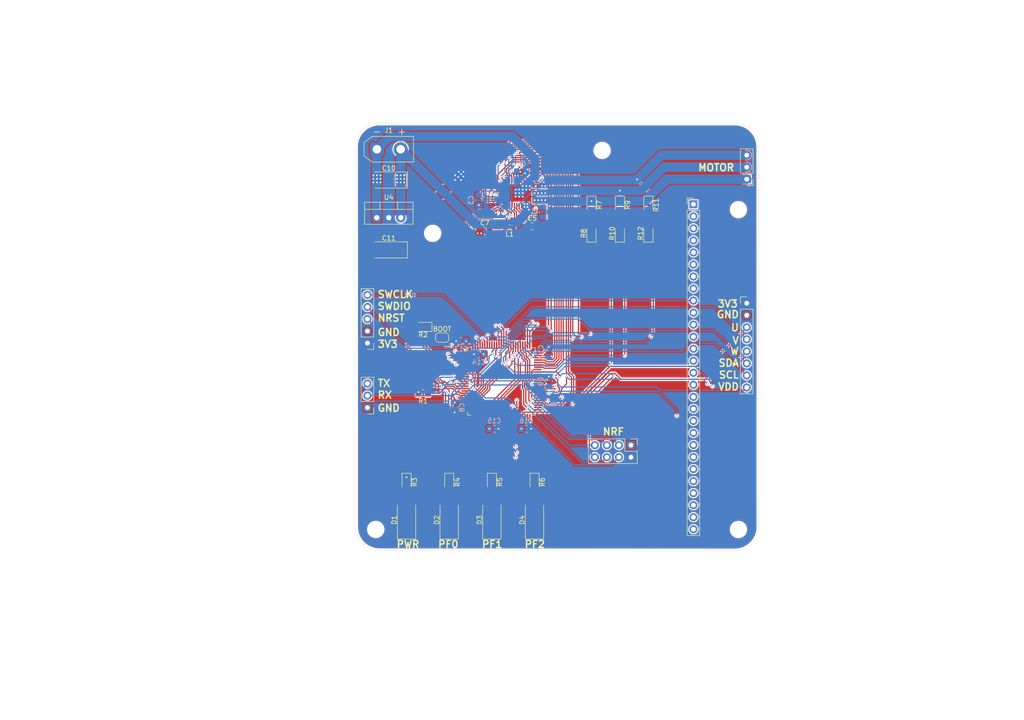
<source format=kicad_pcb>
(kicad_pcb (version 20240108) (generator "pcbnew") (generator_version "8.0")
  (layers (0 "F.Cu" signal) (1 "In1.Cu" signal) (2 "In2.Cu" signal) (31 "B.Cu" signal) (34 "B.Paste" user) (35 "F.Paste" user) (36 "B.SilkS" user "B.Silkscreen") (37 "F.SilkS" user "F.Silkscreen") (38 "B.Mask" user) (39 "F.Mask" user) (44 "Edge.Cuts" user))
  (net 0 "")
  (net 1 "-BATT")
  (net 2 "+BATT")
  (net 3 "Net-(U1-VREF_ILIM)")
  (net 4 "Net-(U1-CP)")
  (net 5 "Net-(U1-CPH)")
  (net 6 "Net-(U1-CPL)")
  (net 7 "/Buck_Out")
  (net 8 "+3V3")
  (net 9 "Net-(D1-A)")
  (net 10 "Net-(D2-A)")
  (net 11 "Net-(D3-A)")
  (net 12 "Net-(D4-A)")
  (net 13 "/NRF_MISO")
  (net 14 "/NRF_SCK")
  (net 15 "/NRF_CSN")
  (net 16 "/NRF_CE")
  (net 17 "/NRF_MOSI")
  (net 18 "/NRF_IRQ")
  (net 19 "/OUTA")
  (net 20 "/OUTB")
  (net 21 "/OUTC")
  (net 22 "/ENC_U")
  (net 23 "/ENC_V")
  (net 24 "/ENC_SDA{slash}DO")
  (net 25 "/ENC_W")
  (net 26 "/ENC_VDD{slash}CSN")
  (net 27 "/ENC_SCL{slash}CLK")
  (net 28 "/SWCLK")
  (net 29 "/NRST")
  (net 30 "/SWDIO")
  (net 31 "/UART_RX")
  (net 32 "/UART_TX")
  (net 33 "Net-(J7-Pin_6)")
  (net 34 "Net-(J7-Pin_27)")
  (net 35 "Net-(J7-Pin_2)")
  (net 36 "Net-(J7-Pin_10)")
  (net 37 "Net-(J7-Pin_25)")
  (net 38 "Net-(J7-Pin_21)")
  (net 39 "Net-(J7-Pin_12)")
  (net 40 "Net-(J7-Pin_9)")
  (net 41 "Net-(J7-Pin_5)")
  (net 42 "Net-(J7-Pin_20)")
  (net 43 "Net-(J7-Pin_8)")
  (net 44 "Net-(J7-Pin_17)")
  (net 45 "Net-(J7-Pin_28)")
  (net 46 "Net-(J7-Pin_1)")
  (net 47 "/C_16")
  (net 48 "/C_14")
  (net 49 "Net-(J7-Pin_22)")
  (net 50 "Net-(J7-Pin_18)")
  (net 51 "Net-(J7-Pin_4)")
  (net 52 "Net-(J7-Pin_7)")
  (net 53 "Net-(J7-Pin_23)")
  (net 54 "Net-(J7-Pin_26)")
  (net 55 "Net-(J7-Pin_3)")
  (net 56 "/C_15")
  (net 57 "Net-(J7-Pin_11)")
  (net 58 "Net-(J7-Pin_24)")
  (net 59 "Net-(J7-Pin_19)")
  (net 60 "Net-(J7-Pin_13)")
  (net 61 "/BOOT")
  (net 62 "Net-(U1-SW_BK)")
  (net 63 "/FAULT_N")
  (net 64 "Net-(U5-PF0)")
  (net 65 "Net-(U5-PF1)")
  (net 66 "Net-(U5-PF2)")
  (net 67 "/VSEN_A")
  (net 68 "/VSEN_B")
  (net 69 "/VSEN_C")
  (net 70 "/SCS_N")
  (net 71 "/SLEEP_N")
  (net 72 "/SCLK")
  (net 73 "/INLC")
  (net 74 "/INLA")
  (net 75 "/SOC")
  (net 76 "/INHB")
  (net 77 "/INHC")
  (net 78 "/SDO")
  (net 80 "/DRVOFF")
  (net 81 "/SOB")
  (net 82 "/INLB")
  (net 83 "/SDI")
  (net 85 "/SOA")
  (net 86 "/INHA")
  (footprint "MountingHole:MountingHole_3.2mm_M3" (layer "F.Cu") (at 167 55.75)
    (property "Reference" "REF**" (hide yes))
    (property "Value" "MountingHole_3.2mm_M3")
  )
  (footprint "MountingHole:MountingHole_3.2mm_M3" (layer "F.Cu") (at 119.25 135.75)
    (property "Reference" "REF**" (hide yes))
    (property "Value" "MountingHole_3.2mm_M3")
  )
  (footprint "Connector_PinHeader_2.54mm:PinHeader_1x05_P2.54mm_Vertical" (layer "F.Cu") (at 117.5 96.41 180)
    (property "Reference" "J5" (hide yes))
    (property "Value" "Programming")
  )
  (footprint "LED_SMD:LED_0805_2012Metric_Pad1.15x1.40mm_HandSolder" (layer "F.Cu") (at 152.75 125.75 -90)
    (property "Reference" "R6")
    (property "Value" "R")
  )
  (footprint "Capacitor_SMD:C_0805_2012Metric_Pad1.18x1.45mm_HandSolder" (layer "F.Cu") (at 152.25 71.75)
    (property "Reference" "C5")
    (property "Value" "47n")
  )
  (footprint "Connector_PinHeader_2.54mm:PinHeader_1x28_P2.54mm_Vertical" (layer "F.Cu") (at 186.25 67.12)
    (property "Reference" "J7" (hide yes))
    (property "Value" "Conn_01x28")
  )
  (footprint "Capacitor_SMD:C_0805_2012Metric_Pad1.18x1.45mm_HandSolder" (layer "F.Cu") (at 142.25 72.75)
    (property "Reference" "C7")
    (property "Value" "1u")
  )
  (footprint "LED_SMD:LED_2512_6332Metric_Pad1.52x3.35mm_HandSolder" (layer "F.Cu") (at 152.74 133.75 90)
    (property "Reference" "D4")
    (property "Value" "LED3")
  )
  (footprint "Resistor_SMD:R_0805_2012Metric_Pad1.20x1.40mm_HandSolder" (layer "F.Cu") (at 129.25 107 180)
    (property "Reference" "R1")
    (property "Value" "10k")
  )
  (footprint "LED_SMD:LED_0805_2012Metric_Pad1.15x1.40mm_HandSolder" (layer "F.Cu") (at 143.75 125.75 -90)
    (property "Reference" "R5")
    (property "Value" "R")
  )
  (footprint "LED_SMD:LED_0805_2012Metric_Pad1.15x1.40mm_HandSolder" (layer "F.Cu") (at 134.75 125.75 -90)
    (property "Reference" "R4")
    (property "Value" "R")
  )
  (footprint "LED_SMD:LED_0805_2012Metric_Pad1.15x1.40mm_HandSolder" (layer "F.Cu") (at 164.75 67.25 -90)
    (property "Reference" "R7")
    (property "Value" "R")
  )
  (footprint "Connector_PinHeader_2.54mm:PinHeader_1x03_P2.54mm_Vertical" (layer "F.Cu") (at 117.5 110.035 180)
    (property "Reference" "J6" (hide yes))
    (property "Value" "UART")
  )
  (footprint "MountingHole:MountingHole_3.2mm_M3" (layer "F.Cu") (at 195.75 135.75)
    (property "Reference" "REF**" (hide yes))
    (property "Value" "MountingHole_3.2mm_M3")
  )
  (footprint "LED_SMD:LED_2512_6332Metric_Pad1.52x3.35mm_HandSolder" (layer "F.Cu") (at 125.75 133.75 90)
    (property "Reference" "D1")
    (property "Value" "LED_PWR")
  )
  (footprint "Package_TO_SOT_THT:TO-220-3_Vertical" (layer "F.Cu") (at 119.46 69.945)
    (property "Reference" "U4")
    (property "Value" "LT1086-3.3")
  )
  (footprint "LED_SMD:LED_0805_2012Metric_Pad1.15x1.40mm_HandSolder" (layer "F.Cu") (at 125.75 125.75 -90)
    (property "Reference" "R3")
    (property "Value" "R")
  )
  (footprint "ECE395:RGF0040E-IPC_A" (layer "F.Cu") (at 149.25 64.725 90)
    (property "Reference" "U1" (hide yes))
    (property "Value" "DRV8316RRGFR")
  )
  (footprint "Connector_PinHeader_2.54mm:PinHeader_2x04_P2.54mm_Vertical" (layer "F.Cu") (at 173.08 117.96 -90)
    (property "Reference" "J2" (hide yes))
    (property "Value" "NRF24L01P")
  )
  (footprint "Package_QFP:LQFP-100_14x14mm_P0.5mm" (layer "F.Cu") (at 145.75 104.5)
    (property "Reference" "U5" (hide yes))
    (property "Value" "STM32G431VBTx" (hide yes))
  )
  (footprint "LED_SMD:LED_0805_2012Metric_Pad1.15x1.40mm_HandSolder" (layer "F.Cu") (at 176.75 73.25 90)
    (property "Reference" "R12")
    (property "Value" "R")
  )
  (footprint "LED_SMD:LED_2512_6332Metric_Pad1.52x3.35mm_HandSolder" (layer "F.Cu") (at 134.75 133.75 90)
    (property "Reference" "D2")
    (property "Value" "LED1")
  )
  (footprint "LED_SMD:LED_0805_2012Metric_Pad1.15x1.40mm_HandSolder" (layer "F.Cu") (at 170.75 73.25 90)
    (property "Reference" "R10")
    (property "Value" "R")
  )
  (footprint "Connector_PinHeader_2.54mm:PinHeader_1x03_P2.54mm_Vertical" (layer "F.Cu") (at 197.5 61.83 180)
    (property "Reference" "J3" (hide yes))
    (property "Value" "Motor Output")
  )
  (footprint "Inductor_SMD:L_0603_1608Metric" (layer "F.Cu") (at 147.5 72 180)
    (property "Reference" "L1")
    (property "Value" "47u")
  )
  (footprint "LED_SMD:LED_0805_2012Metric_Pad1.15x1.40mm_HandSolder" (layer "F.Cu") (at 170.75 67.25 -90)
    (property "Reference" "R9")
    (property "Value" "R")
  )
  (footprint "Connector_PinHeader_2.54mm:PinHeader_1x08_P2.54mm_Vertical" (layer "F.Cu") (at 197.5 88)
    (property "Reference" "J4" (hide yes))
    (property "Value" "Position_Sensor")
  )
  (footprint "Jumper:SolderJumper-2_P1.3mm_Open_RoundedPad1.0x1.5mm" (layer "F.Cu") (at 133.25 95.25)
    (property "Reference" "BOOT")
    (property "Value" "Jumper_2_Open")
  )
  (footprint "Capacitor_Tantalum_SMD:CP_EIA-6032-28_Kemet-C_Pad2.25x2.35mm_HandSolder" (layer "F.Cu") (at 122 62 180)
    (property "Reference" "C10")
    (property "Value" "10uF")
  )
  (footprint "Connector_AMASS:AMASS_XT30UPB-M_1x02_P5.0mm_Vertical" (layer "F.Cu") (at 119.5 55.5)
    (property "Reference" "J1")
    (property "Value" "Power Input")
  )
  (footprint "MountingHole:MountingHole_3.2mm_M3" (layer "F.Cu") (at 131.25 73.25)
    (property "Reference" "REF**" (hide yes))
    (property "Value" "MountingHole_3.2mm_M3")
  )
  (footprint "Capacitor_Tantalum_SMD:CP_EIA-6032-28_Kemet-C_Pad2.25x2.35mm_HandSolder" (layer "F.Cu") (at 122 76.75 180)
    (property "Reference" "C11")
    (property "Value" "10uF")
  )
  (footprint "LED_SMD:LED_2512_6332Metric_Pad1.52x3.35mm_HandSolder" (layer "F.Cu") (at 143.75 133.75 90)
    (property "Reference" "D3")
    (property "Value" "LED2")
  )
  (footprint "LED_SMD:LED_0805_2012Metric_Pad1.15x1.40mm_HandSolder" (layer "F.Cu") (at 164.75 73.25 90)
    (property "Reference" "R8")
    (property "Value" "R")
  )
  (footprint "LED_SMD:LED_0805_2012Metric_Pad1.15x1.40mm_HandSolder" (layer "F.Cu") (at 176.75 67.25 -90)
    (property "Reference" "R11")
    (property "Value" "R")
  )
  (footprint "LED_SMD:LED_0805_2012Metric_Pad1.15x1.40mm_HandSolder" (layer "F.Cu") (at 129.25 93 180)
    (property "Reference" "R2")
    (property "Value" "R")
  )
  (footprint "MountingHole:MountingHole_3.2mm_M3" (layer "F.Cu") (at 195.75 68.25)
    (property "Reference" "REF**" (hide yes))
    (property "Value" "MountingHole_3.2mm_M3")
  )
  (footprint "Capacitor_SMD:C_0805_2012Metric_Pad1.18x1.45mm_HandSolder" (layer "B.Cu") (at 141 66.25 -90)
    (property "Reference" "C3")
    (property "Value" "100n")
  )
  (footprint "Capacitor_SMD:C_0805_2012Metric_Pad1.18x1.45mm_HandSolder" (layer "B.Cu") (at 144.25 114.5 180)
    (property "Reference" "C15")
    (property "Value" "100nF")
  )
  (footprint "Capacitor_SMD:C_0805_2012Metric_Pad1.18x1.45mm_HandSolder" (layer "B.Cu") (at 150 60.25 180)
    (property "Reference" "C6")
    (property "Value" "1u")
  )
  (footprint "Capacitor_SMD:C_0805_2012Metric_Pad1.18x1.45mm_HandSolder" (layer "B.Cu") (at 155.75 104.5 -90)
    (property "Reference" "C9")
    (property "Value" "100nF")
  )
  (footprint "Capacitor_SMD:C_0805_2012Metric_Pad1.18x1.45mm_HandSolder" (layer "B.Cu") (at 141 98.75)
    (property "Reference" "C14")
    (property "Value" "100nF")
  )
  (footprint "Capacitor_SMD:C_0805_2012Metric_Pad1.18x1.45mm_HandSolder" (layer "B.Cu") (at 155.75 98.25 -90)
    (property "Reference" "C12")
    (property "Value" "100nF")
  )
  (footprint "Capacitor_SMD:C_0805_2012Metric_Pad1.18x1.45mm_HandSolder" (layer "B.Cu") (at 151 114.5 180)
    (property "Reference" "C16")
    (property "Value" "100nF")
  )
  (footprint "Capacitor_SMD:C_0805_2012Metric_Pad1.18x1.45mm_HandSolder" (layer "B.Cu") (at 154.5 68.75 -90)
    (property "Reference" "C4")
    (property "Value" "1u")
  )
  (footprint "Capacitor_SMD:C_0805_2012Metric_Pad1.18x1.45mm_HandSolder" (layer "B.Cu") (at 135.75 110 90)
    (property "Reference" "C8")
    (property "Value" "100nF")
  )
  (footprint "Capacitor_SMD:C_0805_2012Metric_Pad1.18x1.45mm_HandSolder" (layer "B.Cu") (at 137.25 96)
    (property "Reference" "C13")
    (property "Value" "100nF")
  )
  (gr_line (start 195 140.25) (end 120.035534 140.214466) (stroke (width 0.05)) (layer "Edge.Cuts"))
  (gr_line (start 115.035534 135.214466) (end 115 55) (stroke (width 0.05)) (layer "Edge.Cuts"))
  (gr_line (start 120 50) (end 195 50) (stroke (width 0.05)) (layer "Edge.Cuts"))
  (gr_arc (start 195 50) (mid 198.535534 51.464466) (end 200 55) (stroke (width 0.05)) (layer "Edge.Cuts"))
  (gr_arc (start 200.035534 135.214466) (mid 198.56066 138.775126) (end 195 140.25) (stroke (width 0.05)) (layer "Edge.Cuts"))
  (gr_line (start 200 55) (end 200.035534 135.214466) (stroke (width 0.05)) (layer "Edge.Cuts"))
  (gr_arc (start 120.035534 140.214466) (mid 116.5 138.75) (end 115.035534 135.214466) (stroke (width 0.05)) (layer "Edge.Cuts"))
  (gr_arc (start 115 55) (mid 116.464466 51.464466) (end 120 50) (stroke (width 0.05)) (layer "Edge.Cuts"))
  (gr_text "SWDIO" (at 119.5 89.5 0) (layer "F.SilkS") (effects (font (size 1.5 1.5) (thickness 0.3) (bold yes)) (justify left bottom)))
  (gr_text "PF0" (at 132.25 139.75 0) (layer "F.SilkS") (effects (font (size 1.5 1.5) (thickness 0.3) (bold yes)) (justify left bottom)))
  (gr_text "TX" (at 119.5 105.75 0) (layer "F.SilkS") (effects (font (size 1.5 1.5) (thickness 0.3) (bold yes)) (justify left bottom)))
  (gr_text "SDA" (at 196 101.5 0) (layer "F.SilkS") (effects (font (size 1.5 1.5) (thickness 0.3) (bold yes)) (justify right bottom)))
  (gr_text "SCL" (at 196 104 0) (layer "F.SilkS") (effects (font (size 1.5 1.5) (thickness 0.3) (bold yes)) (justify right bottom)))
  (gr_text "GND" (at 119.5 111 0) (layer "F.SilkS") (effects (font (size 1.5 1.5) (thickness 0.3) (bold yes)) (justify left bottom)))
  (gr_text "3V3" (at 119.5 97.5 0) (layer "F.SilkS") (effects (font (size 1.5 1.5) (thickness 0.3) (bold yes)) (justify left bottom)))
  (gr_text "PF1" (at 141.5 139.75 0) (layer "F.SilkS") (effects (font (size 1.5 1.5) (thickness 0.3) (bold yes)) (justify left bottom)))
  (gr_text "VDD" (at 196 106.5 0) (layer "F.SilkS") (effects (font (size 1.5 1.5) (thickness 0.3) (bold yes)) (justify right bottom)))
  (gr_text "NRF" (at 167 116 0) (layer "F.SilkS") (effects (font (size 1.5 1.5) (thickness 0.3) (bold yes)) (justify left bottom)))
  (gr_text "SWCLK" (at 119.5 87 0) (layer "F.SilkS") (effects (font (size 1.5 1.5) (thickness 0.3) (bold yes)) (justify left bottom)))
  (gr_text "3V3" (at 195.75 89 0) (layer "F.SilkS") (effects (font (size 1.5 1.5) (thickness 0.3) (bold yes)) (justify right bottom)))
  (gr_text "GND" (at 119.5 95 0) (layer "F.SilkS") (effects (font (size 1.5 1.5) (thickness 0.3) (bold yes)) (justify left bottom)))
  (gr_text "PF2" (at 150.5 139.75 0) (layer "F.SilkS") (effects (font (size 1.5 1.5) (thickness 0.3) (bold yes)) (justify left bottom)))
  (gr_text "RX" (at 119.5 108.25 0) (layer "F.SilkS") (effects (font (size 1.5 1.5) (thickness 0.3) (bold yes)) (justify left bottom)))
  (gr_text "GND" (at 196 91.25 0) (layer "F.SilkS") (effects (font (size 1.5 1.5) (thickness 0.3) (bold yes)) (justify right bottom)))
  (gr_text "MOTOR" (at 195 60.25 0) (layer "F.SilkS") (effects (font (size 1.5 1.5) (thickness 0.3) (bold yes)) (justify right bottom)))
  (gr_text "U" (at 196 94 0) (layer "F.SilkS") (effects (font (size 1.5 1.5) (thickness 0.3) (bold yes)) (justify right bottom)))
  (gr_text "W" (at 196 99 0) (layer "F.SilkS") (effects (font (size 1.5 1.5) (thickness 0.3) (bold yes)) (justify right bottom)))
  (gr_text "V" (at 196 96.75 0) (layer "F.SilkS") (effects (font (size 1.5 1.5) (thickness 0.3) (bold yes)) (justify right bottom)))
  (gr_text "NRST" (at 119.5 92 0) (layer "F.SilkS") (effects (font (size 1.5 1.5) (thickness 0.3) (bold yes)) (justify left bottom)))
  (gr_text "PWR" (at 123.5 139.75 0) (layer "F.SilkS") (effects (font (size 1.5 1.5) (thickness 0.3) (bold yes)) (justify left bottom)))
  (segment (start 150.75 113.7125) (end 149.9625 114.5) (width 0.25) (layer "F.Cu") (net 1))
  (segment (start 149.749997 60.316466) (end 149.749997 60.250003) (width 0.25) (layer "F.Cu") (net 1))
  (segment (start 150.75 112.175) (end 150.75 113.7125) (width 0.25) (layer "F.Cu") (net 1))
  (segment (start 119.45 76.75) (end 119.45 69.955) (width 2) (layer "F.Cu") (net 1))
  (segment (start 152.753033 65.475001) (end 150.000001 65.475001) (width 0.25) (layer "F.Cu") (net 1))
  (segment (start 151.946237 67.17427) (end 151.946237 66.45) (width 0.25) (layer "F.Cu") (net 1))
  (segment (start 153.425 104.5) (end 154.922198 104.5) (width 0.25) (layer "F.Cu") (net 1))
  (segment (start 151.946237 66.45) (end 150.221237 64.725) (width 0.25) (layer "F.Cu") (net 1))
  (segment (start 149.5 62.221967) (end 149.5 60.566463) (width 0.25) (layer "F.Cu") (net 1))
  (segment (start 150.000001 63.974999) (end 149.25 64.725) (width 0.25) (layer "F.Cu") (net 1))
  (segment (start 138.075 109.5) (end 136.4125 109.5) (width 0.25) (layer "F.Cu") (net 1))
  (segment (start 139.992764 95.7) (end 138.5875 95.7) (width 0.25) (layer "F.Cu") (net 1))
  (segment (start 155.211099 104.788901) (end 155.211099 105.000012) (width 0.25) (layer "F.Cu") (net 1))
  (segment (start 136.4125 109.5) (end 135.875 108.9625) (width 0.25) (layer "F.Cu") (net 1))
  (segment (start 150.000001 65.475001) (end 149.25 64.725) (width 0.25) (layer "F.Cu") (net 1))
  (segment (start 146.999999 67.228033) (end 146.999999 66.503766) (width 0.25) (layer "F.Cu") (net 1))
  (segment (start 140.25 96.825) (end 140.25 95.957236) (width 0.25) (layer "F.Cu") (net 1))
  (segment (start 152 67.228033) (end 151.946237 67.17427) (width 0.25) (layer "F.Cu") (net 1))
  (segment (start 144.25 113.4625) (end 143.2125 114.5) (width 0.25) (layer "F.Cu") (net 1))
  (segment (start 149.5 62.221967) (end 149.5 64.475) (width 0.25) (layer "F.Cu") (net 1))
  (segment (start 149.5 64.475) (end 149.25 64.725) (width 0.25) (layer "F.Cu") (net 1))
  (segment (start 140.25 95.957236) (end 139.992764 95.7) (width 0.25) (layer "F.Cu") (net 1))
  (segment (start 156.174817 99) (end 156.375 99.200183) (width 0.25) (layer "F.Cu") (net 1))
  (segment (start 138.5875 95.7) (end 138.2875 96) (width 0.25) (layer "F.Cu") (net 1))
  (segment (start 141.17084 98.75) (end 140.25 97.82916) (width 0.25) (layer "F.Cu") (net 1))
  (segment (start 153.425 99) (end 156.174817 99) (width 0.25) (layer "F.Cu") (net 1))
  (segment (start 148.778765 64.725) (end 149.25 64.725) (width 0.25) (layer "F.Cu") (net 1))
  (segment (start 148 65.975) (end 149.25 64.725) (width 0.25) (layer "F.Cu") (net 1))
  (segment (start 148 67.228033) (end 148 65.975) (width 0.25) (layer "F.Cu") (net 1))
  (segment (start 119.45 69.955) (end 119.46 69.945) (width 2) (layer "F.Cu") (net 1))
  (segment (start 149.5 60.566463) (end 149.749997 60.316466) (width 0.25) (layer "F.Cu") (net 1))
  (segment (start 153.425 99) (end 153.45 98.975) (width 0.25) (layer "F.Cu") (net 1))
  (segment (start 146.999999 66.503766) (end 148.778765 64.725) (width 0.25) (layer "F.Cu") (net 1))
  (segment (start 150.221237 64.725) (end 149.25 64.725) (width 0.25) (layer "F.Cu") (net 1))
  (segment (start 152.753033 63.974999) (end 150.000001 63.974999) (width 0.25) (layer "F.Cu") (net 1))
  (segment (start 140.25 97.82916) (end 140.25 96.825) (width 0.25) (layer "F.Cu") (net 1))
  (segment (start 142 98.75) (end 141.17084 98.75) (width 0.25) (layer "F.Cu") (net 1))
  (segment (start 144.25 112.175) (end 144.25 113.4625) (width 0.25) (layer "F.Cu") (net 1))
  (segment (start 154.922198 104.5) (end 155.211099 104.788901) (width 0.25) (layer "F.Cu") (net 1))
  (via (at 141.5 73.25) (size 0.5) (drill 0.35) (layers "F.Cu" "B.Cu") (net 1))
  (via (at 141 67.2875) (size 0.5) (drill 0.35) (layers "F.Cu" "B.Cu") (net 1))
  (via (at 148.75 65.5) (size 0.5) (drill 0.35) (layers "F.Cu" "B.Cu") (net 1))
  (via (at 151 64) (size 0.5) (drill 0.35) (layers "F.Cu" "B.Cu") (net 1))
  (via (at 140.75 73.25) (size 0.5) (drill 0.35) (layers "F.Cu" "B.Cu") (net 1))
  (via (at 119.5 61) (size 0.5) (drill 0.35) (layers "F.Cu" "B.Cu") (net 1))
  (via (at 143.2125 114.5) (size 0.5) (drill 0.35) (layers "F.Cu" "B.Cu") (net 1))
  (via (at 149.5 64.75) (size 0.5) (drill 0.35) (layers "F.Cu" "B.Cu") (net 1))
  (via (at 118.75 62.5) (size 0.5) (drill 0.35) (layers "F.Cu" "B.Cu") (net 1))
  (via (at 118.75 61.75) (size 0.5) (drill 0.35) (layers "F.Cu" "B.Cu") (net 1))
  (via (at 138.2875 96) (size 0.5) (drill 0.35) (layers "F.Cu" "B.Cu") (net 1))
  (via (at 118.75 61) (size 0.5) (drill 0.35) (layers "F.Cu" "B.Cu") (net 1))
  (via (at 151.75 63.25) (size 0.5) (drill 0.35) (layers "F.Cu" "B.Cu") (net 1))
  (via (at 149.5 64) (size 0.5) (drill 0.35) (layers "F.Cu" "B.Cu") (net 1))
  (via (at 135.875 108.9625) (size 0.5) (drill 0.35) (layers "F.Cu" "B.Cu") (net 1))
  (via (at 149.749997 60.250003) (size 0.5) (drill 0.35) (layers "F.Cu" "B.Cu") (net 1))
  (via (at 119.5 62.5) (size 0.5) (drill 0.35) (layers "F.Cu" "B.Cu") (net 1))
  (via (at 149.9625 114.5) (size 0.5) (drill 0.35) (layers "F.Cu" "B.Cu") (net 1))
  (via (at 149.5 65.5) (size 0.5) (drill 0.35) (layers "F.Cu" "B.Cu") (net 1))
  (via (at 119.5 61.75) (size 0.5) (drill 0.35) (layers "F.Cu" "B.Cu") (net 1))
  (via (at 148.75 64.75) (size 0.5) (drill 0.35) (layers "F.Cu" "B.Cu") (net 1))
  (via (at 120.25 61.75) (size 0.5) (drill 0.35) (layers "F.Cu" "B.Cu") (net 1))
  (via (at 150.25 65.5) (size 0.5) (drill 0.35) (layers "F.Cu" "B.Cu") (net 1))
  (via (at 151.75 64) (size 0.5) (drill 0.35) (layers "F.Cu" "B.Cu") (net 1))
  (via (at 142 98.75) (size 0.5) (drill 0.35) (layers "F.Cu" "B.Cu") (net 1))
  (via (at 148.75 64) (size 0.5) (drill 0.35) (layers "F.Cu" "B.Cu") (net 1))
  (via (at 156.375 99.200183) (size 0.5) (drill 0.35) (layers "F.Cu" "B.Cu") (net 1))
  (via (at 150.25 64.75) (size 0.5) (drill 0.35) (layers "F.Cu" "B.Cu") (net 1))
  (via (at 150.25 63.25) (size 0.5) (drill 0.35) (layers "F.Cu" "B.Cu") (net 1))
  (via (at 120.25 62.5) (size 0.5) (drill 0.35) (layers "F.Cu" "B.Cu") (net 1))
  (via (at 151 63.25) (size 0.5) (drill 0.35) (layers "F.Cu" "B.Cu") (net 1))
  (via (at 150.25 64) (size 0.5) (drill 0.35) (layers "F.Cu" "B.Cu") (net 1))
  (via (at 120.25 61) (size 0.5) (drill 0.35) (layers "F.Cu" "B.Cu") (net 1))
  (via (at 155.211099 105.000012) (size 0.5) (drill 0.35) (layers "F.Cu" "B.Cu") (net 1))
  (segment (start 119.46 69.945) (end 119.46 55.54) (width 2) (layer "B.Cu") (net 1))
  (segment (start 149.657538 64.5) (end 149.25 64.5) (width 2) (layer "B.Cu") (net 1))
  (segment (start 119.46 55.54) (end 119.5 55.5) (width 2) (layer "B.Cu") (net 1))
  (segment (start 148.06129 52.8) (end 152.825 57.56371) (width 2) (layer "B.Cu") (net 1))
  (segment (start 152.825 57.56371) (end 152.825 61.332538) (width 2) (layer "B.Cu") (net 1))
  (segment (start 119.5 55.5) (end 122.2 52.8) (width 2) (layer "B.Cu") (net 1))
  (segment (start 148.962503 60.250003) (end 148.9625 60.25) (width 0.25) (layer "B.Cu") (net 1))
  (segment (start 149.749997 60.250003) (end 148.962503 60.250003) (width 0.25) (layer "B.Cu") (net 1))
  (segment (start 122.2 52.8) (end 148.06129 52.8) (width 2) (layer "B.Cu") (net 1))
  (segment (start 152.825 61.332538) (end 149.657538 64.5) (width 2) (layer "B.Cu") (net 1))
  (segment (start 142.0375 98.75) (end 142 98.75) (width 0.25) (layer "B.Cu") (net 1))
  (via (at 125.25 62.5) (size 0.5) (drill 0.35) (layers "F.Cu" "B.Cu") (net 2))
  (via (at 151.25 67.0576) (size 0.5) (drill 0.35) (layers "F.Cu" "B.Cu") (net 2))
  (via (at 125.25 61.75) (size 0.5) (drill 0.35) (layers "F.Cu" "B.Cu") (net 2))
  (via (at 123.75 61.75) (size 0.5) (drill 0.35) (layers "F.Cu" "B.Cu") (net 2))
  (via (at 150.633521 67.0576) (size 0.5) (drill 0.35) (layers "F.Cu" "B.Cu") (net 2))
  (via (at 123.75 61) (size 0.5) (drill 0.35) (layers "F.Cu" "B.Cu") (net 2))
  (via (at 124.5 61.75) (size 0.5) (drill 0.35) (layers "F.Cu" "B.Cu") (net 2))
  (via (at 151.5 68.25) (size 0.5) (drill 0.35) (layers "F.Cu" "B.Cu") (net 2))
  (via (at 124.5 61) (size 0.5) (drill 0.35) (layers "F.Cu" "B.Cu") (net 2))
  (via (at 125.25 61) (size 0.5) (drill 0.35) (layers "F.Cu" "B.Cu") (net 2))
  (via (at 150.643135 67.663674) (size 0.5) (drill 0.35) (layers "F.Cu" "B.Cu") (net 2))
  (via (at 123.75 62.5) (size 0.5) (drill 0.35) (layers "F.Cu" "B.Cu") (net 2))
  (via (at 151.248268 67.678818) (size 0.5) (drill 0.35) (layers "F.Cu" "B.Cu") (net 2))
  (via (at 124.5 62.5) (size 0.5) (drill 0.35) (layers "F.Cu" "B.Cu") (net 2))
  (segment (start 151.125 67.625) (end 151 67.5) (width 2) (layer "B.Cu") (net 2))
  (segment (start 151.125 68.90083) (end 151.125 67.625) (width 2) (layer "B.Cu") (net 2))
  (segment (start 124.54 55.54) (end 124.5 55.5) (width 2) (layer "B.Cu") (net 2))
  (segment (start 140.295412 71.295412) (end 147.823397 71.295412) (width 2) (layer "B.Cu") (net 2))
  (segment (start 148.111181 71.007628) (end 149.018202 71.007628) (width 2) (layer "B.Cu") (net 2))
  (segment (start 153.25 67.2125) (end 153.75 67.7125) (width 0.25) (layer "B.Cu") (net 2))
  (segment (start 153 67.2125) (end 151.2875 67.2125) (width 0.25) (layer "B.Cu") (net 2))
  (segment (start 149.018202 71.007628) (end 151.125 68.90083) (width 2) (layer "B.Cu") (net 2))
  (segment (start 153.75 67.7125) (end 154.5 67.7125) (width 0.25) (layer "B.Cu") (net 2))
  (segment (start 147.823397 71.295412) (end 148.111181 71.007628) (width 2) (layer "B.Cu") (net 2))
  (segment (start 124.54 69.945) (end 124.54 55.54) (width 2) (layer "B.Cu") (net 2))
  (segment (start 124.5 55.5) (end 140.295412 71.295412) (width 2) (layer "B.Cu") (net 2))
  (segment (start 151.2875 67.2125) (end 151 67.5) (width 0.25) (layer "B.Cu") (net 2))
  (segment (start 153 67.2125) (end 153.25 67.2125) (width 0.25) (layer "B.Cu") (net 2))
  (segment (start 145.721967 65) (end 145.746967 64.975) (width 0.25) (layer "F.Cu") (net 3))
  (segment (start 144.75 65) (end 145.721967 65) (width 0.25) (layer "F.Cu") (net 3))
  (via (at 144.75 65) (size 0.5) (drill 0.35) (layers "F.Cu" "B.Cu") (net 3))
  (segment (start 141 65.2125) (end 141.9125 64.3) (width 0.25) (layer "B.Cu") (net 3))
  (segment (start 144.75 64.75) (end 144.75 65) (width 0.25) (layer "B.Cu") (net 3))
  (segment (start 144.3 64.3) (end 144.75 64.75) (width 0.25) (layer "B.Cu") (net 3))
  (segment (start 141.9125 64.3) (end 144.3 64.3) (width 0.25) (layer "B.Cu") (net 3))
  (segment (start 153 68) (end 153 68.75) (width 0.25) (layer "F.Cu") (net 4))
  (segment (start 150.000001 67.836608) (end 150.000001 67.228033) (width 0.25) (layer "F.Cu") (net 4))
  (segment (start 152.5 69.25) (end 151.413393 69.25) (width 0.25) (layer "F.Cu") (net 4))
  (segment (start 153 68.75) (end 152.5 69.25) (width 0.25) (layer "F.Cu") (net 4))
  (segment (start 151.413393 69.25) (end 150.000001 67.836608) (width 0.25) (layer "F.Cu") (net 4))
  (via (at 153 68) (size 0.5) (drill 0.35) (layers "F.Cu" "B.Cu") (net 4))
  (segment (start 153 68.2875) (end 154.5 69.7875) (width 0.25) (layer "B.Cu") (net 4))
  (segment (start 153 68) (end 153 68.2875) (width 0.25) (layer "B.Cu") (net 4))
  (segment (start 153.206886 71.75) (end 153.2875 71.75) (width 0.25) (layer "F.Cu") (net 5))
  (segment (start 149.5 68.043114) (end 153.206886 71.75) (width 0.25) (layer "F.Cu") (net 5))
  (segment (start 149.5 67.228033) (end 149.5 68.043114) (width 0.25) (layer "F.Cu") (net 5))
  (segment (start 151.2125 70.39201) (end 151.2125 71.75) (width 0.25) (layer "F.Cu") (net 6))
  (segment (start 149 68.17951) (end 151.2125 70.39201) (width 0.25) (layer "F.Cu") (net 6))
  (segment (start 149 67.228033) (end 149 68.17951) (width 0.25) (layer "F.Cu") (net 6))
  (segment (start 146.7125 72) (end 148.5 70.2125) (width 0.25) (layer "F.Cu") (net 7))
  (segment (start 148.5 70.2125) (end 148.5 68.952302) (width 0.25) (layer "F.Cu") (net 7))
  (segment (start 147.500001 67.952303) (end 147.500001 67.228033) (width 0.25) (layer "F.Cu") (net 7))
  (segment (start 143.2875 72.75) (end 145.9625 72.75) (width 0.25) (layer "F.Cu") (net 7))
  (segment (start 145.9625 72.75) (end 146.7125 72) (width 0.25) (layer "F.Cu") (net 7))
  (segment (start 148.5 68.952302) (end 147.500001 67.952303) (width 0.25) (layer "F.Cu") (net 7))
  (segment (start 133.9 95.25) (end 135.4625 95.25) (width 0.25) (layer "F.Cu") (net 8))
  (segment (start 144.75 112.175) (end 144.75 114.125) (width 0.25) (layer "F.Cu") (net 8))
  (segment (start 150.000001 62.221967) (end 150.000001 61.450346) (width 0.25) (layer "F.Cu") (net 8))
  (segment (start 155.2125 104) (end 155.75 103.4625) (width 0.25) (layer "F.Cu") (net 8))
  (segment (start 137.0375 96.825) (end 136.2125 96) (width 0.25) (layer "F.Cu") (net 8))
  (segment (start 138.075 101) (end 138.942764 101) (width 0.25) (layer "F.Cu") (net 8))
  (segment (start 124.55 73.45) (end 136.625 61.375) (width 2) (layer "F.Cu") (net 8))
  (segment (start 154.4625 98.5) (end 155.75 97.2125) (width 0.25) (layer "F.Cu") (net 8))
  (segment (start 139.9625 99.980264) (end 139.9625 98.75) (width 0.25) (layer "F.Cu") (net 8))
  (segment (start 144.75 114.125) (end 145.125 114.5) (width 0.25) (layer "F.Cu") (net 8))
  (segment (start 139.75 96.825) (end 137.0375 96.825) (width 0.25) (layer "F.Cu") (net 8))
  (segment (start 139.75 98.5375) (end 139.75 96.825) (width 0.25) (layer "F.Cu") (net 8))
  (segment (start 151.25 112.175) (end 151.25 113.7125) (width 0.25) (layer "F.Cu") (net 8))
  (segment (start 136.625 61.375) (end 137.25 60.75) (width 2) (layer "F.Cu") (net 8))
  (segment (start 139.9625 98.75) (end 139.75 98.5375) (width 0.25) (layer "F.Cu") (net 8))
  (segment (start 150.000001 61.450346) (end 150.713026 60.737321) (width 0.25) (layer "F.Cu") (net 8))
  (segment (start 145.25 112.175) (end 144.75 112.175) (width 0.25) (layer "F.Cu") (net 8))
  (segment (start 138.942764 101) (end 139.9625 99.980264) (width 0.25) (layer "F.Cu") (net 8))
  (segment (start 122 74.2) (end 122 69.945) (width 2) (layer "F.Cu") (net 8))
  (segment (start 124.55 76.75) (end 124.55 73.45) (width 2) (layer "F.Cu") (net 8))
  (segment (start 124.55 76.75) (end 122 74.2) (width 2) (layer "F.Cu") (net 8))
  (segment (start 135.4625 95.25) (end 136.2125 96) (width 0.25) (layer "F.Cu") (net 8))
  (segment (start 153.425 104) (end 155.2125 104) (width 0.25) (layer "F.Cu") (net 8))
  (segment (start 136.9125 110) (end 135.875 111.0375) (width 0.25) (layer "F.Cu") (net 8))
  (segment (start 153.425 98.5) (end 154.4625 98.5) (width 0.25) (layer "F.Cu") (net 8))
  (segment (start 151.25 113.7125) (end 152.0375 114.5) (width 0.25) (layer "F.Cu") (net 8))
  (segment (start 150.713026 60.737321) (end 150.713026 60.574474) (width 0.25) (layer "F.Cu") (net 8))
  (segment (start 138.075 110) (end 136.9125 110) (width 0.25) (layer "F.Cu") (net 8))
  (via (at 136 62) (size 0.5) (drill 0.35) (layers "F.Cu" "B.Cu") (net 8))
  (via (at 125.75 124.725) (size 0.5) (drill 0.35) (layers "F.Cu" "B.Cu") (net 8))
  (via (at 136 61) (size 0.5) (drill 0.35) (layers "F.Cu" "B.Cu") (net 8))
  (via (at 155.75 103.4625) (size 0.5) (drill 0.35) (layers "F.Cu" "B.Cu") (net 8))
  (via (at 136.2125 96) (size 0.5) (drill 0.35) (layers "F.Cu" "B.Cu") (net 8))
  (via (at 137.25 62) (size 0.5) (drill 0.35) (layers "F.Cu" "B.Cu") (net 8))
  (via (at 137.25 60.75) (size 0.5) (drill 0.35) (layers "F.Cu" "B.Cu") (net 8))
  (via (at 136.75 60.25) (size 0.5) (drill 0.35) (layers "F.Cu" "B.Cu") (net 8))
  (via (at 152.0375 114.5) (size 0.5) (drill 0.35) (layers "F.Cu" "B.Cu") (net 8))
  (via (at 145.125 114.5) (size 0.5) (drill 0.35) (layers "F.Cu" "B.Cu") (net 8))
  (via (at 128.25 106.75) (size 0.5) (drill 0.35) (layers "F.Cu" "B.Cu") (net 8))
  (via (at 155.75 97.2125) (size 0.5) (drill 0.35) (layers "F.Cu" "B.Cu") (net 8))
  (via (at 150.713026 60.574474) (size 0.5) (drill 0.35) (layers "F.Cu" "B.Cu") (net 8))
  (via (at 137.75 60.25) (size 0.5) (drill 0.35) (layers "F.Cu" "B.Cu") (net 8))
  (via (at 139.9625 98.75) (size 0.5) (drill 0.35) (layers "F.Cu" "B.Cu") (net 8))
  (via (at 136.625 61.375) (size 0.5) (drill 0.35) (layers "F.Cu" "B.Cu") (net 8))
  (via (at 135.875 111.0375) (size 0.5) (drill 0.35) (layers "F.Cu" "B.Cu") (net 8))
  (via (at 151.25 59.75) (size 0.5) (drill 0.35) (layers "F.Cu" "B.Cu") (net 8))
  (via (at 137.75 61.25) (size 0.5) (drill 0.35) (layers "F.Cu" "B.Cu") (net 8))
  (segment (start 125.75 130.7625) (end 125.75 126.775) (width 0.25) (layer "F.Cu") (net 9))
  (segment (start 134.75 130.7625) (end 134.75 126.775) (width 0.25) (layer "F.Cu") (net 10))
  (segment (start 143.75 130.7625) (end 143.75 126.775) (width 0.25) (layer "F.Cu") (net 11))
  (segment (start 152.75 126.775) (end 152.75 130.7525) (width 0.25) (layer "F.Cu") (net 12))
  (segment (start 152.75 130.7525) (end 152.74 130.7625) (width 0.25) (layer "F.Cu") (net 12))
  (segment (start 150.55 99.436396) (end 151.275001 100.161397) (width 0.25) (layer "F.Cu") (net 13))
  (segment (start 149.75 98.136396) (end 150.55 98.936396) (width 0.25) (layer "F.Cu") (net 13))
  (segment (start 150.55 98.936396) (end 150.55 99.436396) (width 0.25) (layer "F.Cu") (net 13))
  (segment (start 150.65 105.809188) (end 150.9 106.059188) (width 0.25) (layer "F.Cu") (net 13))
  (segment (start 149.75 96.825) (end 149.75 98.136396) (width 0.25) (layer "F.Cu") (net 13))
  (segment (start 151.275001 103.815811) (end 150.65 104.440812) (width 0.25) (layer "F.Cu") (net 13))
  (segment (start 151.275001 100.161397) (end 151.275001 103.815811) (width 0.25) (layer "F.Cu") (net 13))
  (segment (start 150.9 106.059188) (end 150.9 108.891002) (width 0.25) (layer "F.Cu") (net 13))
  (segment (start 150.65 104.440812) (end 150.65 105.809188) (width 0.25) (layer "F.Cu") (net 13))
  (segment (start 150.9 108.891002) (end 151.361943 109.352945) (width 0.25) (layer "F.Cu") (net 13))
  (via (at 151.361943 109.352945) (size 0.5) (drill 0.35) (layers "F.Cu" "B.Cu") (net 13))
  (segment (start 159.968998 117.96) (end 151.361943 109.352945) (width 0.25) (layer "B.Cu") (net 13))
  (segment (start 165.46 117.96) (end 159.968998 117.96) (width 0.25) (layer "B.Cu") (net 13))
  (segment (start 151.550001 106.072793) (end 151.550001 108.49142) (width 0.25) (layer "F.Cu") (net 14))
  (segment (start 151.725001 104.002207) (end 151.1 104.627208) (width 0.25) (layer "F.Cu") (net 14))
  (segment (start 151.1 105.622792) (end 151.550001 106.072793) (width 0.25) (layer "F.Cu") (net 14))
  (segment (start 151.725001 99.975001) (end 151.725001 104.002207) (width 0.25) (layer "F.Cu") (net 14))
  (segment (start 151.1 104.627208) (end 151.1 105.622792) (width 0.25) (layer "F.Cu") (net 14))
  (segment (start 151 98.57916) (end 151 99.25) (width 0.25) (layer "F.Cu") (net 14))
  (segment (start 150.25 97.82916) (end 151 98.57916) (width 0.25) (layer "F.Cu") (net 14))
  (segment (start 150.25 96.825) (end 150.25 97.82916) (width 0.25) (layer "F.Cu") (net 14))
  (segment (start 151 99.25) (end 151.725001 99.975001) (width 0.25) (layer "F.Cu") (net 14))
  (segment (start 151.550001 108.49142) (end 151.963192 108.904611) (width 0.25) (layer "F.Cu") (net 14))
  (via (at 151.963192 108.904611) (size 0.5) (drill 0.35) (layers "F.Cu" "B.Cu") (net 14))
  (segment (start 152.154611 108.904611) (end 151.963192 108.904611) (width 0.25) (layer "B.Cu") (net 14))
  (segment (start 159.95 116.7) (end 152.154611 108.904611) (width 0.25) (layer "B.Cu") (net 14))
  (segment (start 168 117.96) (end 166.74 116.7) (width 0.25) (layer "B.Cu") (net 14))
  (segment (start 166.74 116.7) (end 159.95 116.7) (width 0.25) (layer "B.Cu") (net 14))
  (segment (start 139.138114 102) (end 140.223124 103.08501) (width 0.25) (layer "F.Cu") (net 15))
  (segment (start 140.091909 104.106785) (end 140.091909 105.975793) (width 0.25) (layer "F.Cu") (net 15))
  (segment (start 140.223124 103.08501) (end 140.223124 103.97557) (width 0.25) (layer "F.Cu") (net 15))
  (segment (start 140.223124 103.97557) (end 140.091909 104.106785) (width 0.25) (layer "F.Cu") (net 15))
  (segment (start 138.075 102) (end 139.138114 102) (width 0.25) (layer "F.Cu") (net 15))
  (via (at 140.091909 105.975793) (size 0.5) (drill 0.35) (layers "F.Cu" "B.Cu") (net 15))
  (segment (start 170.54 120.5) (end 168.915 122.125) (width 0.25) (layer "B.Cu") (net 15))
  (segment (start 140.339397 105.975793) (end 140.091909 105.975793) (width 0.25) (layer "B.Cu") (net 15))
  (segment (start 142.363604 108) (end 140.339397 105.975793) (width 0.25) (layer "B.Cu") (net 15))
  (segment (start 168.915 122.125) (end 161.2951 122.125) (width 0.25) (layer "B.Cu") (net 15))
  (segment (start 161.2951 122.125) (end 147.1701 108) (width 0.25) (layer "B.Cu") (net 15))
  (segment (start 147.1701 108) (end 142.363604 108) (width 0.25) (layer "B.Cu") (net 15))
  (segment (start 152.136891 106.023287) (end 152.136891 108.175) (width 0.25) (layer "F.Cu") (net 16))
  (segment (start 153.425 102) (end 152.557236 102) (width 0.25) (layer "F.Cu") (net 16))
  (segment (start 151.55 105.436396) (end 152.136891 106.023287) (width 0.25) (layer "F.Cu") (net 16))
  (segment (start 152.175001 102.382235) (end 152.175001 104.188603) (width 0.25) (layer "F.Cu") (net 16))
  (segment (start 151.55 104.813604) (end 151.55 105.436396) (width 0.25) (layer "F.Cu") (net 16))
  (segment (start 152.175001 104.188603) (end 151.55 104.813604) (width 0.25) (layer "F.Cu") (net 16))
  (segment (start 152.557236 102) (end 152.175001 102.382235) (width 0.25) (layer "F.Cu") (net 16))
  (via (at 152.136891 108.175) (size 0.5) (drill 0.35) (layers "F.Cu" "B.Cu") (net 16))
  (segment (start 160.411627 116.25) (end 152.336627 108.175) (width 0.25) (layer "B.Cu") (net 16))
  (segment (start 170.54 117.96) (end 168.83 116.25) (width 0.25) (layer "B.Cu") (net 16))
  (segment (start 168.83 116.25) (end 160.411627 116.25) (width 0.25) (layer "B.Cu") (net 16))
  (segment (start 152.336627 108.175) (end 152.136891 108.175) (width 0.25) (layer "B.Cu") (net 16))
  (segment (start 149.25 96.825) (end 149.25 98.272792) (width 0.25) (layer "F.Cu") (net 17))
  (segment (start 150.2 104.254416) (end 150.2 105.995584) (width 0.25) (layer "F.Cu") (net 17))
  (segment (start 150.2 105.995584) (end 150.45 106.245584) (width 0.25) (layer "F.Cu") (net 17))
  (segment (start 150.1 99.122792) (end 150.1 99.622792) (width 0.25) (layer "F.Cu") (net 17))
  (segment (start 150.1 99.622792) (end 150.825001 100.347793) (width 0.25) (layer "F.Cu") (net 17))
  (segment (start 150.825001 103.629415) (end 150.2 104.254416) (width 0.25) (layer "F.Cu") (net 17))
  (segment (start 150.45 109.307881) (end 151.234089 110.09197) (width 0.25) (layer "F.Cu") (net 17))
  (segment (start 150.45 106.245584) (end 150.45 109.307881) (width 0.25) (layer "F.Cu") (net 17))
  (segment (start 150.825001 100.347793) (end 150.825001 103.629415) (width 0.25) (layer "F.Cu") (net 17))
  (segment (start 149.25 98.272792) (end 150.1 99.122792) (width 0.25) (layer "F.Cu") (net 17))
  (via (at 151.234089 110.09197) (size 0.5) (drill 0.35) (layers "F.Cu" "B.Cu") (net 17))
  (segment (start 162.817119 121.675) (end 151.234089 110.09197) (width 0.25) (layer "B.Cu") (net 17))
  (segment (start 168 120.5) (end 166.825 121.675) (width 0.25) (layer "B.Cu") (net 17))
  (segment (start 166.825 121.675) (end 162.817119 121.675) (width 0.25) (layer "B.Cu") (net 17))
  (segment (start 153.425 102.5) (end 157.383884 102.5) (width 0.25) (layer "F.Cu") (net 18))
  (segment (start 157.383884 102.5) (end 157.943759 103.059875) (width 0.25) (layer "F.Cu") (net 18))
  (segment (start 164.285 119.325) (end 164.285 108.465) (width 0.25) (layer "F.Cu") (net 18))
  (segment (start 165.46 120.5) (end 164.285 119.325) (width 0.25) (layer "F.Cu") (net 18))
  (segment (start 169.5 103.25) (end 169.375 103.375) (width 0.25) (layer "F.Cu") (net 18))
  (segment (start 164.285 108.465) (end 169.375 103.375) (width 0.25) (layer "F.Cu") (net 18))
  (segment (start 157.943759 103.059875) (end 157.943759 103.534961) (width 0.25) (layer "F.Cu") (net 18))
  (via (at 169.375 103.375) (size 0.5) (drill 0.35) (layers "F.Cu" "B.Cu") (net 18))
  (via (at 157.943759 103.534961) (size 0.5) (drill 0.35) (layers "F.Cu" "B.Cu") (net 18))
  (segment (start 158.612842 102.865878) (end 157.943759 103.534961) (width 0.25) (layer "B.Cu") (net 18))
  (segment (start 169.375 103.375) (end 168.865878 102.865878) (width 0.25) (layer "B.Cu") (net 18))
  (segment (start 168.865878 102.865878) (end 158.612842 102.865878) (width 0.25) (layer "B.Cu") (net 18))
  (via (at 164.75 66.45) (size 0.5) (drill 0.35) (layers "F.Cu" "B.Cu") (net 19))
  (via (at 153.5 66.25) (size 0.5) (drill 0.35) (layers "F.Cu" "B.Cu") (net 19))
  (via (at 154.25 66.25) (size 0.5) (drill 0.35) (layers "F.Cu" "B.Cu") (net 19))
  (via (at 152.75 66.25) (size 0.5) (drill 0.35) (layers "F.Cu" "B.Cu") (net 19))
  (via (at 155 66.25) (size 0.5) (drill 0.35) (layers "F.Cu" "B.Cu") (net 19))
  (segment (start 164.75 66.45) (end 176.02254 66.45) (width 2) (layer "B.Cu") (net 19))
  (segment (start 156.33873 66.45) (end 164.75 66.45) (width 2) (layer "B.Cu") (net 19))
  (segment (start 176.02254 66.45) (end 180.64254 61.83) (width 2) (layer "B.Cu") (net 19))
  (segment (start 180.64254 61.83) (end 197.5 61.83) (width 2) (layer "B.Cu") (net 19))
  (segment (start 170.75 66.225) (end 170.75 64.25) (width 0.25) (layer "F.Cu") (net 20))
  (via (at 153.5 64.75) (size 0.5) (drill 0.35) (layers "F.Cu" "B.Cu") (net 20))
  (via (at 170.75 64.25) (size 0.5) (drill 0.35) (layers "F.Cu" "B.Cu") (net 20))
  (via (at 155 64.75) (size 0.5) (drill 0.35) (layers "F.Cu" "B.Cu") (net 20))
  (via (at 154.25 64.75) (size 0.5) (drill 0.35) (layers "F.Cu" "B.Cu") (net 20))
  (via (at 152.75 64.75) (size 0.5) (drill 0.35) (layers "F.Cu" "B.Cu") (net 20))
  (segment (start 170.75 64.25) (end 157.25 64.25) (width 2) (layer "B.Cu") (net 20))
  (segment (start 174.66127 64.2) (end 174.61127 64.25) (width 2) (layer "B.Cu") (net 20))
  (segment (start 175.16127 64.2) (end 174.66127 64.2) (width 2) (layer "B.Cu") (net 20))
  (segment (start 174.61127 64.25) (end 170.75 64.25) (width 2) (layer "B.Cu") (net 20))
  (segment (start 197.5 59.29) (end 180.07127 59.29) (width 2) (layer "B.Cu") (net 20))
  (segment (start 180.07127 59.29) (end 175.16127 64.2) (width 2) (layer "B.Cu") (net 20))
  (segment (start 176.75 66.225) (end 176.75 64.25) (width 0.25) (layer "F.Cu") (net 21))
  (segment (start 176.75 64.25) (end 174.375 61.875) (width 0.25) (layer "F.Cu") (net 21))
  (via (at 155 63.25) (size 0.5) (drill 0.35) (layers "F.Cu" "B.Cu") (net 21))
  (via (at 174.375 61.875) (size 0.5) (drill 0.35) (layers "F.Cu" "B.Cu") (net 21))
  (via (at 154.309018 63.220491) (size 0.5) (drill 0.35) (layers "F.Cu" "B.Cu") (net 21))
  (via (at 153 63.25) (size 0.5) (drill 0.35) (layers "F.Cu" "B.Cu") (net 21))
  (via (at 154.707172 62.465528) (size 0.5) (drill 0.35) (layers "F.Cu" "B.Cu") (net 21))
  (segment (start 179.5 56.75) (end 174.375 61.875) (width 2) (layer "B.Cu") (net 21))
  (segment (start 197.5 56.75) (end 179.5 56.75) (width 2) (layer "B.Cu") (net 21))
  (segment (start 174.375 61.875) (end 174.25 62) (width 2) (layer "B.Cu") (net 21))
  (segment (start 174.25 62) (end 155.861075 62) (width 2) (layer "B.Cu") (net 21))
  (segment (start 155.861075 62) (end 155.861075 62.068988) (width 2) (layer "B.Cu") (net 21))
  (segment (start 168.685 101.315) (end 160.75 109.25) (width 0.25) (layer "F.Cu") (net 22))
  (segment (start 197.5 93.08) (end 189.265 101.315) (width 0.25) (layer "F.Cu") (net 22))
  (segment (start 189.265 101.315) (end 168.685 101.315) (width 0.25) (layer "F.Cu") (net 22))
  (segment (start 136.586676 108) (end 136.411676 107.825) (width 0.25) (layer "F.Cu") (net 22))
  (segment (start 138.075 108) (end 136.586676 108) (width 0.25) (layer "F.Cu") (net 22))
  (via (at 136.411676 107.825) (size 0.5) (drill 0.35) (layers "F.Cu" "B.Cu") (net 22))
  (via (at 160.75 109.25) (size 0.5) (drill 0.35) (layers "F.Cu" "B.Cu") (net 22))
  (segment (start 160.75 109.25) (end 154.2248 109.25) (width 0.25) (layer "B.Cu") (net 22))
  (segment (start 139.929289 105.25) (end 137.354289 107.825) (width 0.25) (layer "B.Cu") (net 22))
  (segment (start 154.2248 109.25) (end 150.2248 105.25) (width 0.25) (layer "B.Cu") (net 22))
  (segment (start 137.354289 107.825) (end 136.411676 107.825) (width 0.25) (layer "B.Cu") (net 22))
  (segment (start 150.2248 105.25) (end 139.929289 105.25) (width 0.25) (layer "B.Cu") (net 22))
  (segment (start 146.75 96.825) (end 146.75 94.078624) (width 0.25) (layer "F.Cu") (net 23))
  (segment (start 146.75 94.078624) (end 147.126185 93.702439) (width 0.25) (layer "F.Cu") (net 23))
  (via (at 147.126185 93.702439) (size 0.5) (drill 0.35) (layers "F.Cu" "B.Cu") (net 23))
  (segment (start 152.296014 88.75) (end 147.343575 93.702439) (width 0.25) (layer "B.Cu") (net 23))
  (segment (start 147.343575 93.702439) (end 147.126185 93.702439) (width 0.25) (layer "B.Cu") (net 23))
  (segment (start 197.5 95.62) (end 190.63 88.75) (width 0.25) (layer "B.Cu") (net 23))
  (segment (start 190.63 88.75) (end 152.296014 88.75) (width 0.25) (layer "B.Cu") (net 23))
  (segment (start 142.75 96.825) (end 142.75 94.964486) (width 0.25) (layer "F.Cu") (net 24))
  (segment (start 142.75 94.964486) (end 142.884764 94.829722) (width 0.25) (layer "F.Cu") (net 24))
  (via (at 142.884764 94.829722) (size 0.5) (drill 0.35) (layers "F.Cu" "B.Cu") (net 24))
  (segment (start 146.579416 95.125) (end 143.180042 95.125) (width 0.25) (layer "B.Cu") (net 24))
  (segment (start 190.541116 93.741116) (end 164.377512 93.741116) (width 0.25) (layer "B.Cu") (net 24))
  (segment (start 150.354416 91.35) (end 146.579416 95.125) (width 0.25) (layer "B.Cu") (net 24))
  (segment (start 143.180042 95.125) (end 142.884764 94.829722) (width 0.25) (layer "B.Cu") (net 24))
  (segment (start 164.377512 93.741116) (end 161.986396 91.35) (width 0.25) (layer "B.Cu") (net 24))
  (segment (start 197.5 100.7) (end 190.541116 93.741116) (width 0.25) (layer "B.Cu") (net 24))
  (segment (start 161.986396 91.35) (end 150.354416 91.35) (width 0.25) (layer "B.Cu") (net 24))
  (segment (start 160.636396 111) (end 150.557236 111) (width 0.25) (layer "F.Cu") (net 25))
  (segment (start 168.836396 102.8) (end 160.636396 111) (width 0.25) (layer "F.Cu") (net 25))
  (segment (start 150.25 111.307236) (end 150.25 112.175) (width 0.25) (layer "F.Cu") (net 25))
  (segment (start 169.686396 102.8) (end 168.836396 102.8) (width 0.25) (layer "F.Cu") (net 25))
  (segment (start 197.5 98.16) (end 191.615 104.045) (width 0.25) (layer "F.Cu") (net 25))
  (segment (start 170.931396 104.045) (end 169.686396 102.8) (width 0.25) (layer "F.Cu") (net 25))
  (segment (start 191.615 104.045) (end 170.931396 104.045) (width 0.25) (layer "F.Cu") (net 25))
  (segment (start 150.557236 111) (end 150.25 111.307236) (width 0.25) (layer "F.Cu") (net 25))
  (segment (start 139.407008 104.15529) (end 139.361083 104.15529) (width 0.25) (layer "F.Cu") (net 26))
  (segment (start 139.361083 104.15529) (end 139.361083 104.934321) (width 0.25) (layer "F.Cu") (net 26))
  (segment (start 139.407008 102.90529) (end 139.773124 103.271406) (width 0.25) (layer "F.Cu") (net 26))
  (segment (start 139.348054 102.90529) (end 139.407008 102.90529) (width 0.25) (layer "F.Cu") (net 26))
  (segment (start 139.773124 103.789174) (end 139.407008 104.15529) (width 0.25) (layer "F.Cu") (net 26))
  (segment (start 138.942764 102.5) (end 139.348054 102.90529) (width 0.25) (layer "F.Cu") (net 26))
  (segment (start 139.773124 103.271406) (end 139.773124 103.789174) (width 0.25) (layer "F.Cu") (net 26))
  (segment (start 138.075 102.5) (end 138.942764 102.5) (width 0.25) (layer "F.Cu") (net 26))
  (via (at 139.361083 104.934321) (size 0.5) (drill 0.35) (layers "F.Cu" "B.Cu") (net 26))
  (segment (start 139.920404 104.375) (end 139.361083 104.934321) (width 0.25) (layer "B.Cu") (net 26))
  (segment (start 179.281396 106.395) (end 178.562507 105.676111) (width 0.25) (layer "B.Cu") (net 26))
  (segment (start 196.885 106.395) (end 179.281396 106.395) (width 0.25) (layer "B.Cu") (net 26))
  (segment (start 157.008884 104.375) (end 139.920404 104.375) (width 0.25) (layer "B.Cu") (net 26))
  (segment (start 197.5 105.78) (end 196.885 106.395) (width 0.25) (layer "B.Cu") (net 26))
  (segment (start 178.562507 105.676111) (end 158.309995 105.676111) (width 0.25) (layer "B.Cu") (net 26))
  (segment (start 158.309995 105.676111) (end 157.008884 104.375) (width 0.25) (layer "B.Cu") (net 26))
  (segment (start 152.133882 98.997486) (end 152.133882 99.40919) (width 0.25) (layer "F.Cu") (net 27))
  (segment (start 151.186396 98.05) (end 152.133882 98.997486) (width 0.25) (layer "F.Cu") (net 27))
  (segment (start 150.75 97.692764) (end 151.107236 98.05) (width 0.25) (layer "F.Cu") (net 27))
  (segment (start 151.107236 98.05) (end 151.186396 98.05) (width 0.25) (layer "F.Cu") (net 27))
  (segment (start 150.75 96.825) (end 150.75 97.692764) (width 0.25) (layer "F.Cu") (net 27))
  (via (at 152.133882 99.40919) (size 0.5) (drill 0.35) (layers "F.Cu" "B.Cu") (net 27))
  (segment (start 152.77279 99.40919) (end 152.133882 99.40919) (width 0.25) (layer "B.Cu") (net 27))
  (segment (start 190.685 96.425) (end 185.763299 96.425) (width 0.25) (layer "B.Cu") (net 27))
  (segment (start 184.063299 98.125) (end 154.05698 98.125) (width 0.25) (layer "B.Cu") (net 27))
  (segment (start 154.05698 98.125) (end 152.77279 99.40919) (width 0.25) (layer "B.Cu") (net 27))
  (segment (start 197.5 103.24) (end 190.685 96.425) (width 0.25) (layer "B.Cu") (net 27))
  (segment (start 185.763299 96.425) (end 184.063299 98.125) (width 0.25) (layer "B.Cu") (net 27))
  (segment (start 151.25 93.026617) (end 152.301617 91.975) (width 0.25) (layer "F.Cu") (net 28))
  (segment (start 151.25 96.825) (end 151.25 93.026617) (width 0.25) (layer "F.Cu") (net 28))
  (via (at 152.301617 91.975) (size 0.5) (drill 0.35) (layers "F.Cu" "B.Cu") (net 28))
  (segment (start 146.540812 95.8) (end 150.365812 91.975) (width 0.25) (layer "B.Cu") (net 28))
  (segment (start 133.426648 86.25) (end 142.976648 95.8) (width 0.25) (layer "B.Cu") (net 28))
  (segment (start 150.365812 91.975) (end 152.301617 91.975) (width 0.25) (layer "B.Cu") (net 28))
  (segment (start 117.5 86.25) (end 133.426648 86.25) (width 0.25) (layer "B.Cu") (net 28))
  (segment (start 142.976648 95.8) (end 146.540812 95.8) (width 0.25) (layer "B.Cu") (net 28))
  (segment (start 136.656676 105) (end 136.332468 104.675792) (width 0.25) (layer "F.Cu") (net 29))
  (segment (start 138.075 105) (end 136.656676 105) (width 0.25) (layer "F.Cu") (net 29))
  (segment (start 117.5 91.33) (end 131.728631 105.558631) (width 0.25) (layer "F.Cu") (net 29))
  (segment (start 131.728631 105.558631) (end 133.125 105.558631) (width 0.25) (layer "F.Cu") (net 29))
  (via (at 136.332468 104.675792) (size 0.5) (drill 0.35) (layers "F.Cu" "B.Cu") (net 29))
  (via (at 133.125 105.558631) (size 0.5) (drill 0.35) (layers "F.Cu" "B.Cu") (net 29))
  (segment (start 133.483631 105.2) (end 135.80826 105.2) (width 0.25) (layer "B.Cu") (net 29))
  (segment (start 135.80826 105.2) (end 136.332468 104.675792) (width 0.25) (layer "B.Cu") (net 29))
  (segment (start 133.125 105.558631) (end 133.483631 105.2) (width 0.25) (layer "B.Cu") (net 29))
  (segment (start 151.75 93.984967) (end 153.309967 92.425) (width 0.25) (layer "F.Cu") (net 30))
  (segment (start 151.75 96.825) (end 151.75 93.984967) (width 0.25) (layer "F.Cu") (net 30))
  (via (at 153.309967 92.425) (size 0.5) (drill 0.35) (layers "F.Cu" "B.Cu") (net 30))
  (segment (start 117.5 88.79) (end 126.21 97.5) (width 0.25) (layer "B.Cu") (net 30))
  (segment (start 145.477208 97.5) (end 150.377208 92.6) (width 0.25) (layer "B.Cu") (net 30))
  (segment (start 150.377208 92.6) (end 153.134967 92.6) (width 0.25) (layer "B.Cu") (net 30))
  (segment (start 126.21 97.5) (end 145.477208 97.5) (width 0.25) (layer "B.Cu") (net 30))
  (segment (start 153.134967 92.6) (end 153.309967 92.425) (width 0.25) (layer "B.Cu") (net 30))
  (segment (start 144.225 97.717764) (end 143.816942 98.125822) (width 0.25) (layer "F.Cu") (net 31))
  (segment (start 144.25 96.825) (end 144.225 96.85) (width 0.25) (layer "F.Cu") (net 31))
  (segment (start 144.225 96.85) (end 144.225 97.717764) (width 0.25) (layer "F.Cu") (net 31))
  (segment (start 143.816942 98.125822) (end 143.816942 98.566942) (width 0.25) (layer "F.Cu") (net 31))
  (via (at 143.816942 98.566942) (size 0.5) (drill 0.35) (layers "F.Cu" "B.Cu") (net 31))
  (segment (start 134.441116 107.575) (end 134.958884 107.575) (width 0.25) (layer "B.Cu") (net 31))
  (segment (start 138.523124 103.271406) (end 138.88924 102.90529) (width 0.25) (layer "B.Cu") (net 31))
  (segment (start 134.958884 107.575) (end 135.325 107.208884) (width 0.25) (layer "B.Cu") (net 31))
  (segment (start 134.361116 107.495) (end 134.441116 107.575) (width 0.25) (layer "B.Cu") (net 31))
  (segment (start 117.5 107.495) (end 134.361116 107.495) (width 0.25) (layer "B.Cu") (net 31))
  (segment (start 138.523124 103.726876) (end 138.523124 103.271406) (width 0.25) (layer "B.Cu") (net 31))
  (segment (start 135.325 106.925) (end 138.523124 103.726876) (width 0.25) (layer "B.Cu") (net 31))
  (segment (start 135.325 107.208884) (end 135.325 106.925) (width 0.25) (layer "B.Cu") (net 31))
  (segment (start 140.728594 102.90529) (end 143.125 100.508884) (width 0.25) (layer "B.Cu") (net 31))
  (segment (start 143.125 99.258884) (end 143.816942 98.566942) (width 0.25) (layer "B.Cu") (net 31))
  (segment (start 138.88924 102.90529) (end 140.728594 102.90529) (width 0.25) (layer "B.Cu") (net 31))
  (segment (start 143.125 100.508884) (end 143.125 99.258884) (width 0.25) (layer "B.Cu") (net 31))
  (segment (start 144.675 97.807232) (end 144.675 97.90416) (width 0.25) (layer "F.Cu") (net 32))
  (segment (start 144.75 97.732232) (end 144.675 97.807232) (width 0.25) (layer "F.Cu") (net 32))
  (segment (start 144.675 97.90416) (end 144.572812 98.006348) (width 0.25) (layer "F.Cu") (net 32))
  (segment (start 144.75 96.825) (end 144.75 97.732232) (width 0.25) (layer "F.Cu") (net 32))
  (segment (start 144.572812 98.006348) (end 144.572812 98.871736) (width 0.25) (layer "F.Cu") (net 32))
  (segment (start 144.572812 98.871736) (end 144.347274 99.097274) (width 0.25) (layer "F.Cu") (net 32))
  (via (at 144.347274 99.097274) (size 0.5) (drill 0.35) (layers "F.Cu" "B.Cu") (net 32))
  (segment (start 117.5 104.955) (end 116.325 106.13) (width 0.25) (layer "B.Cu") (net 32))
  (segment (start 139.773124 103.789174) (end 140.481106 103.789174) (width 0.25) (layer "B.Cu") (net 32))
  (segment (start 135.0549 108.025) (end 135.14528 108.025) (width 0.25) (layer "B.Cu") (net 32))
  (segment (start 135.14528 108.025) (end 139.01499 104.15529) (width 0.25) (layer "B.Cu") (net 32))
  (segment (start 144.347274 99.923006) (end 144.347274 99.097274) (width 0.25) (layer "B.Cu") (net 32))
  (segment (start 139.01499 104.15529) (end 139.407008 104.15529) (width 0.25) (layer "B.Cu") (net 32))
  (segment (start 116.325 108.075) (end 116.92 108.67) (width 0.25) (layer "B.Cu") (net 32))
  (segment (start 139.407008 104.15529) (end 139.773124 103.789174) (width 0.25) (layer "B.Cu") (net 32))
  (segment (start 134.4099 108.67) (end 135.0549 108.025) (width 0.25) (layer "B.Cu") (net 32))
  (segment (start 116.325 106.13) (end 116.325 108.075) (width 0.25) (layer "B.Cu") (net 32))
  (segment (start 116.92 108.67) (end 134.4099 108.67) (width 0.25) (layer "B.Cu") (net 32))
  (segment (start 140.481106 103.789174) (end 144.347274 99.923006) (width 0.25) (layer "B.Cu") (net 32))
  (segment (start 155.32445 107.978614) (end 156.21501 107.978614) (width 0.25) (layer "F.Cu") (net 33))
  (segment (start 156.21501 107.978614) (end 156.947801 107.245823) (width 0.25) (layer "F.Cu") (net 33))
  (segment (start 153.425 107.5) (end 154.845836 107.5) (width 0.25) (layer "F.Cu") (net 33))
  (segment (start 157.780692 107.245823) (end 158.410412 106.616103) (width 0.25) (layer "F.Cu") (net 33))
  (segment (start 156.947801 107.245823) (end 157.780692 107.245823) (width 0.25) (layer "F.Cu") (net 33))
  (segment (start 158.410412 106.616103) (end 158.410412 106.109868) (width 0.25) (layer "F.Cu") (net 33))
  (segment (start 154.845836 107.5) (end 155.32445 107.978614) (width 0.25) (layer "F.Cu") (net 33))
  (segment (start 159.488842 105.031438) (end 159.488842 103.490878) (width 0.25) (layer "F.Cu") (net 33))
  (segment (start 158.410412 106.109868) (end 159.488842 105.031438) (width 0.25) (layer "F.Cu") (net 33))
  (via (at 189.25 105) (size 0.5) (drill 0.35) (layers "F.Cu" "B.Cu") (net 33))
  (via (at 159.488842 103.490878) (size 0.5) (drill 0.35) (layers "F.Cu" "B.Cu") (net 33))
  (segment (start 188.295 104.045) (end 160.042964 104.045) (width 0.25) (layer "B.Cu") (net 33))
  (segment (start 160.042964 104.045) (end 159.488842 103.490878) (width 0.25) (layer "B.Cu") (net 33))
  (segment (start 189.25 105) (end 188.295 104.045) (width 0.25) (layer "B.Cu") (net 33))
  (segment (start 134.875 99.5) (end 134.75 99.625) (width 0.25) (layer "F.Cu") (net 34))
  (segment (start 138.075 99.5) (end 134.875 99.5) (width 0.25) (layer "F.Cu") (net 34))
  (via (at 134.75 99.625) (size 0.5) (drill 0.35) (layers "F.Cu" "B.Cu") (net 34))
  (segment (start 154.952215 105.625) (end 156.875 105.625) (width 0.25) (layer "F.Cu") (net 35))
  (segment (start 154.827215 105.5) (end 154.952215 105.625) (width 0.25) (layer "F.Cu") (net 35))
  (segment (start 153.425 105.5) (end 154.827215 105.5) (width 0.25) (layer "F.Cu") (net 35))
  (segment (start 156.875 105.625) (end 157 105.5) (width 0.25) (layer "F.Cu") (net 35))
  (via (at 157 105.5) (size 0.5) (drill 0.35) (layers "F.Cu" "B.Cu") (net 35))
  (segment (start 145.75 96.825) (end 145.75 93.875) (width 0.25) (layer "F.Cu") (net 36))
  (segment (start 145.75 93.875) (end 144.625 92.75) (width 0.25) (layer "F.Cu") (net 36))
  (via (at 144.625 92.75) (size 0.5) (drill 0.35) (layers "F.Cu" "B.Cu") (net 36))
  (segment (start 138.075 100.5) (end 136.625 100.5) (width 0.25) (layer "F.Cu") (net 37))
  (segment (start 136.625 100.5) (end 136.25 100.875) (width 0.25) (layer "F.Cu") (net 37))
  (via (at 136.25 100.875) (size 0.5) (drill 0.35) (layers "F.Cu" "B.Cu") (net 37))
  (segment (start 139.117834 103.5) (end 139.148124 103.53029) (width 0.25) (layer "F.Cu") (net 38))
  (segment (start 138.075 103.5) (end 139.117834 103.5) (width 0.25) (layer "F.Cu") (net 38))
  (via (at 139.148124 103.53029) (size 0.5) (drill 0.35) (layers "F.Cu" "B.Cu") (net 38))
  (segment (start 146.675 100.164175) (end 146.775 100.264175) (width 0.25) (layer "F.Cu") (net 39))
  (segment (start 146.675 98.425861) (end 146.675 100.164175) (width 0.25) (layer "F.Cu") (net 39))
  (segment (start 147.25 97.850861) (end 146.675 98.425861) (width 0.25) (layer "F.Cu") (net 39))
  (segment (start 147.25 96.825) (end 147.25 97.850861) (width 0.25) (layer "F.Cu") (net 39))
  (via (at 146.775 100.264175) (size 0.5) (drill 0.35) (layers "F.Cu" "B.Cu") (net 39))
  (segment (start 144.75 94.5) (end 145.25 95) (width 0.25) (layer "F.Cu") (net 40))
  (segment (start 145.25 95) (end 145.25 96.825) (width 0.25) (layer "F.Cu") (net 40))
  (via (at 144.75 94.5) (size 0.5) (drill 0.35) (layers "F.Cu" "B.Cu") (net 40))
  (segment (start 144.97972 94.5) (end 152.03972 87.44) (width 0.25) (layer "B.Cu") (net 40))
  (segment (start 152.03972 87.44) (end 186.25 87.44) (width 0.25) (layer "B.Cu") (net 40))
  (segment (start 144.75 94.5) (end 144.97972 94.5) (width 0.25) (layer "B.Cu") (net 40))
  (segment (start 157 103.5) (end 157.625 104.125) (width 0.25) (layer "F.Cu") (net 41))
  (segment (start 157.875 105.741116) (end 157.875 105.826527) (width 0.25) (layer "F.Cu") (net 41))
  (segment (start 157.625 105.491116) (end 157.875 105.741116) (width 0.25) (layer "F.Cu") (net 41))
  (segment (start 154.982232 107) (end 153.425 107) (width 0.25) (layer "F.Cu") (net 41))
  (segment (start 156.028614 107.528614) (end 155.510846 107.528614) (width 0.25) (layer "F.Cu") (net 41))
  (segment (start 157.594296 106.795823) (end 157.076528 106.795823) (width 0.25) (layer "F.Cu") (net 41))
  (segment (start 155.510846 107.528614) (end 154.982232 107) (width 0.25) (layer "F.Cu") (net 41))
  (segment (start 157.625 104.125) (end 157.625 105.491116) (width 0.25) (layer "F.Cu") (net 41))
  (segment (start 157.875 105.826527) (end 157.960412 105.911939) (width 0.25) (layer "F.Cu") (net 41))
  (segment (start 157.076528 106.795823) (end 156.918966 106.638262) (width 0.25) (layer "F.Cu") (net 41))
  (segment (start 156.918966 106.638262) (end 156.028614 107.528614) (width 0.25) (layer "F.Cu") (net 41))
  (segment (start 157.960412 106.429707) (end 157.594296 106.795823) (width 0.25) (layer "F.Cu") (net 41))
  (segment (start 157.960412 105.911939) (end 157.960412 106.429707) (width 0.25) (layer "F.Cu") (net 41))
  (via (at 157 103.5) (size 0.5) (drill 0.35) (layers "F.Cu" "B.Cu") (net 41))
  (via (at 190.25 105.5) (size 0.5) (drill 0.35) (layers "F.Cu" "B.Cu") (net 41))
  (segment (start 190.25 105.5) (end 190.25 105.018299) (width 0.25) (layer "B.Cu") (net 41))
  (segment (start 159.185 101.315) (end 157 103.5) (width 0.25) (layer "B.Cu") (net 41))
  (segment (start 186.546701 101.315) (end 159.185 101.315) (width 0.25) (layer "B.Cu") (net 41))
  (segment (start 190.25 105.018299) (end 186.546701 101.315) (width 0.25) (layer "B.Cu") (net 41))
  (segment (start 140.542764 95.25) (end 141.25 95.957236) (width 0.25) (layer "F.Cu") (net 42))
  (segment (start 141.25 95.957236) (end 141.25 96.825) (width 0.25) (layer "F.Cu") (net 42))
  (segment (start 140.5 95.25) (end 140.542764 95.25) (width 0.25) (layer "F.Cu") (net 42))
  (via (at 140.5 95.25) (size 0.5) (drill 0.35) (layers "F.Cu" "B.Cu") (net 42))
  (segment (start 155.727754 109.228614) (end 156.09387 108.862498) (width 0.25) (layer "F.Cu") (net 43))
  (segment (start 156.09387 108.862498) (end 157.484037 108.862498) (width 0.25) (layer "F.Cu") (net 43))
  (segment (start 154.565556 108.5) (end 155.29417 109.228614) (width 0.25) (layer "F.Cu") (net 43))
  (segment (start 155.29417 109.228614) (end 155.727754 109.228614) (width 0.25) (layer "F.Cu") (net 43))
  (segment (start 153.425 108.5) (end 154.565556 108.5) (width 0.25) (layer "F.Cu") (net 43))
  (segment (start 157.484037 108.862498) (end 158.472155 107.87438) (width 0.25) (layer "F.Cu") (net 43))
  (via (at 158.472155 107.87438) (size 0.5) (drill 0.35) (layers "F.Cu" "B.Cu") (net 43))
  (segment (start 147.25 112.175) (end 147.25 110.500001) (width 0.25) (layer "F.Cu") (net 44))
  (segment (start 147.25 110.500001) (end 148.031232 109.718769) (width 0.25) (layer "F.Cu") (net 44))
  (via (at 148.031232 109.718769) (size 0.5) (drill 0.35) (layers "F.Cu" "B.Cu") (net 44))
  (segment (start 138.075 99) (end 134.75 99) (width 0.25) (layer "F.Cu") (net 45))
  (segment (start 134.75 99) (end 134.5 98.75) (width 0.25) (layer "F.Cu") (net 45))
  (via (at 134.5 98.75) (size 0.5) (drill 0.35) (layers "F.Cu" "B.Cu") (net 45))
  (segment (start 153.425 105) (end 152.25 105) (width 0.25) (layer "F.Cu") (net 46))
  (via (at 152.25 105) (size 0.5) (drill 0.35) (layers "F.Cu" "B.Cu") (net 46))
  (segment (start 147.75 111.307236) (end 149 110.057236) (width 0.25) (layer "F.Cu") (net 47))
  (segment (start 147.75 112.175) (end 147.75 111.307236) (width 0.25) (layer "F.Cu") (net 47))
  (segment (start 149 110.057236) (end 149 108.5) (width 0.25) (layer "F.Cu") (net 47))
  (via (at 149 108.5) (size 0.5) (drill 0.35) (layers "F.Cu" "B.Cu") (net 47))
  (segment (start 148.25 96.825) (end 148.25 98.123653) (width 0.25) (layer "F.Cu") (net 48))
  (segment (start 148.25 98.123653) (end 148.107158 98.266495) (width 0.25) (layer "F.Cu") (net 48))
  (segment (start 148.107158 98.266495) (end 148.107158 98.868411) (width 0.25) (layer "F.Cu") (net 48))
  (via (at 148.107158 98.868411) (size 0.5) (drill 0.35) (layers "F.Cu" "B.Cu") (net 48))
  (segment (start 146.75 116.25) (end 148.75 118.25) (width 0.25) (layer "F.Cu") (net 49))
  (segment (start 146.75 112.175) (end 146.75 116.25) (width 0.25) (layer "F.Cu") (net 49))
  (via (at 148.75 118.25) (size 0.5) (drill 0.35) (layers "F.Cu" "B.Cu") (net 49))
  (segment (start 136.375 98.5) (end 136 98.125) (width 0.25) (layer "F.Cu") (net 50))
  (segment (start 138.075 98.5) (end 136.375 98.5) (width 0.25) (layer "F.Cu") (net 50))
  (via (at 136 98.125) (size 0.5) (drill 0.35) (layers "F.Cu" "B.Cu") (net 50))
  (segment (start 155.391116 106.525) (end 155.76973 106.903614) (width 0.25) (layer "F.Cu") (net 51))
  (segment (start 153.425 106.5) (end 153.45 106.525) (width 0.25) (layer "F.Cu") (net 51))
  (segment (start 153.45 106.525) (end 155.391116 106.525) (width 0.25) (layer "F.Cu") (net 51))
  (via (at 155.76973 106.903614) (size 0.5) (drill 0.35) (layers "F.Cu" "B.Cu") (net 51))
  (via (at 182.75 111.75) (size 0.5) (drill 0.35) (layers "F.Cu" "B.Cu") (net 51))
  (segment (start 157.815119 106.575) (end 157.594296 106.795823) (width 0.25) (layer "B.Cu") (net 51))
  (segment (start 157.076528 106.795823) (end 156.855705 106.575) (width 0.25) (layer "B.Cu") (net 51))
  (segment (start 182.75 111.75) (end 182.75 110.5) (width 0.25) (layer "B.Cu") (net 51))
  (segment (start 156.855705 106.575) (end 156.098344 106.575) (width 0.25) (layer "B.Cu") (net 51))
  (segment (start 182.75 110.5) (end 178.825 106.575) (width 0.25) (layer "B.Cu") (net 51))
  (segment (start 178.825 106.575) (end 157.815119 106.575) (width 0.25) (layer "B.Cu") (net 51))
  (segment (start 157.594296 106.795823) (end 157.076528 106.795823) (width 0.25) (layer "B.Cu") (net 51))
  (segment (start 156.098344 106.575) (end 155.76973 106.903614) (width 0.25) (layer "B.Cu") (net 51))
  (segment (start 154.70944 108) (end 155.138054 108.428614) (width 0.25) (layer "F.Cu") (net 52))
  (segment (start 155.138054 108.428614) (end 155.335962 108.428614) (width 0.25) (layer "F.Cu") (net 52))
  (segment (start 153.425 108) (end 154.70944 108) (width 0.25) (layer "F.Cu") (net 52))
  (segment (start 155.335962 108.428614) (end 155.46887 108.561522) (width 0.25) (layer "F.Cu") (net 52))
  (via (at 155.46887 108.561522) (size 0.5) (drill 0.35) (layers "F.Cu" "B.Cu") (net 52))
  (segment (start 149 119.5) (end 146.25 116.75) (width 0.25) (layer "F.Cu") (net 53))
  (segment (start 146.25 116.75) (end 146.25 112.175) (width 0.25) (layer "F.Cu") (net 53))
  (via (at 149 119.5) (size 0.5) (drill 0.35) (layers "F.Cu" "B.Cu") (net 53))
  (segment (start 135.75 100) (end 135.5 100.25) (width 0.25) (layer "F.Cu") (net 54))
  (segment (start 138.075 100) (end 135.75 100) (width 0.25) (layer "F.Cu") (net 54))
  (via (at 135.5 100.25) (size 0.5) (drill 0.35) (layers "F.Cu" "B.Cu") (net 54))
  (segment (start 157.239589 106.075) (end 157.335412 106.170823) (width 0.25) (layer "F.Cu") (net 55))
  (segment (start 153.425 106) (end 154.690819 106) (width 0.25) (layer "F.Cu") (net 55))
  (segment (start 154.765819 106.075) (end 157.239589 106.075) (width 0.25) (layer "F.Cu") (net 55))
  (segment (start 154.690819 106) (end 154.765819 106.075) (width 0.25) (layer "F.Cu") (net 55))
  (via (at 157.335412 106.170823) (size 0.5) (drill 0.35) (layers "F.Cu" "B.Cu") (net 55))
  (segment (start 148.69636 98.490466) (end 148.75 98.436826) (width 0.25) (layer "F.Cu") (net 56))
  (segment (start 148.75 98.436826) (end 148.75 96.825) (width 0.25) (layer "F.Cu") (net 56))
  (via (at 148.69636 98.490466) (size 0.5) (drill 0.35) (layers "F.Cu" "B.Cu") (net 56))
  (segment (start 146.25 93.5) (end 145.5 92.75) (width 0.25) (layer "F.Cu") (net 57))
  (segment (start 146.25 96.825) (end 146.25 93.5) (width 0.25) (layer "F.Cu") (net 57))
  (via (at 145.5 92.75) (size 0.5) (drill 0.35) (layers "F.Cu" "B.Cu") (net 57))
  (segment (start 145.75 112.175) (end 145.75 117.5) (width 0.25) (layer "F.Cu") (net 58))
  (segment (start 145.75 117.5) (end 148.75 120.5) (width 0.25) (layer "F.Cu") (net 58))
  (via (at 148.75 120.5) (size 0.5) (drill 0.35) (layers "F.Cu" "B.Cu") (net 58))
  (segment (start 140.75 97.692764) (end 141.057236 98) (width 0.25) (layer "F.Cu") (net 59))
  (segment (start 141.057236 98) (end 142.5 98) (width 0.25) (layer "F.Cu") (net 59))
  (segment (start 142.5 98) (end 142.75 98.25) (width 0.25) (layer "F.Cu") (net 59))
  (segment (start 140.75 96.825) (end 140.75 97.692764) (width 0.25) (layer "F.Cu") (net 59))
  (segment (start 142.75 100) (end 142.5 100.25) (width 0.25) (layer "F.Cu") (net 59))
  (segment (start 142.75 98.25) (end 142.75 100) (width 0.25) (layer "F.Cu") (net 59))
  (via (at 142.5 100.25) (size 0.5) (drill 0.35) (layers "F.Cu" "B.Cu") (net 59))
  (segment (start 147.5 98.237257) (end 147.5 99.5) (width 0.25) (layer "F.Cu") (net 60))
  (segment (start 147.75 96.825) (end 147.75 97.987257) (width 0.25) (layer "F.Cu") (net 60))
  (segment (start 147.5 99.5) (end 147.25 99.75) (width 0.25) (layer "F.Cu") (net 60))
  (segment (start 147.75 97.987257) (end 147.5 98.237257) (width 0.25) (layer "F.Cu") (net 60))
  (via (at 147.25 99.75) (size 0.5) (drill 0.35) (layers "F.Cu" "B.Cu") (net 60))
  (segment (start 132.6 95.25) (end 130.35 93) (width 0.25) (layer "F.Cu") (net 61))
  (segment (start 142.25 95.957236) (end 141.771382 95.478618) (width 0.25) (layer "F.Cu") (net 61))
  (segment (start 132.6 95.25) (end 132.6 95.666693) (width 0.25) (layer "F.Cu") (net 61))
  (segment (start 130.35 93) (end 130.275 93) (width 0.25) (layer "F.Cu") (net 61))
  (segment (start 132.6 95.666693) (end 133.81519 96.881883) (width 0.25) (layer "F.Cu") (net 61))
  (segment (start 133.81519 96.881883) (end 135.304987 96.881883) (width 0.25) (layer "F.Cu") (net 61))
  (segment (start 142.25 96.825) (end 142.25 95.957236) (width 0.25) (layer "F.Cu") (net 61))
  (via (at 141.771382 95.478618) (size 0.5) (drill 0.35) (layers "F.Cu" "B.Cu") (net 61))
  (via (at 135.304987 96.881883) (size 0.5) (drill 0.35) (layers "F.Cu" "B.Cu") (net 61))
  (segment (start 135.473104 97.05) (end 140.2 97.05) (width 0.25) (layer "B.Cu") (net 61))
  (segment (start 135.304987 96.881883) (end 135.473104 97.05) (width 0.25) (layer "B.Cu") (net 61))
  (segment (start 140.2 97.05) (end 141.771382 95.478618) (width 0.25) (layer "B.Cu") (net 61))
  (segment (start 148.499999 67.228033) (end 148.499999 68.315905) (width 0.25) (layer "F.Cu") (net 62))
  (segment (start 148.95 71.3375) (end 148.2875 72) (width 0.25) (layer "F.Cu") (net 62))
  (segment (start 148.95 68.765906) (end 148.95 71.3375) (width 0.25) (layer "F.Cu") (net 62))
  (segment (start 148.499999 68.315905) (end 148.95 68.765906) (width 0.25) (layer "F.Cu") (net 62))
  (segment (start 138.075 107) (end 139.595836 107) (width 0.25) (layer "F.Cu") (net 63))
  (segment (start 151.500001 61.499999) (end 151.500001 62.221967) (width 0.25) (layer "F.Cu") (net 63))
  (segment (start 140.585951 107.050793) (end 141.941464 105.69528) (width 0.25) (layer "F.Cu") (net 63))
  (segment (start 141.941464 103.288118) (end 145.702552 99.52703) (width 0.25) (layer "F.Cu") (net 63))
  (segment (start 155.644103 61.760219) (end 155.644103 92.846655) (width 0.25) (layer "F.Cu") (net 63))
  (segment (start 132.747832 107) (end 133.747832 106) (width 0.25) (layer "F.Cu") (net 63))
  (segment (start 136.25 106.75) (end 136.957236 106.75) (width 0.25) (layer "F.Cu") (net 63))
  (segment (start 136.957236 106.75) (end 137.207236 107) (width 0.25) (layer "F.Cu") (net 63))
  (segment (start 141.941464 105.69528) (end 141.941464 103.288118) (width 0.25) (layer "F.Cu") (net 63))
  (segment (start 137.207236 107) (end 138.075 107) (width 0.25) (layer "F.Cu") (net 63))
  (segment (start 154.727262 60.843378) (end 155.644103 61.760219) (width 0.25) (layer "F.Cu") (net 63))
  (segment (start 145.702552 98.673044) (end 145.197812 98.168304) (width 0.25) (layer "F.Cu") (net 63))
  (segment (start 151.500001 61.497697) (end 151.553764 61.443934) (width 0.25) (layer "F.Cu") (net 63))
  (segment (start 135.5 106) (end 136.25 106.75) (width 0.25) (layer "F.Cu") (net 63))
  (segment (start 154.152191 60.843378) (end 154.727262 60.843378) (width 0.25) (layer "F.Cu") (net 63))
  (segment (start 139.595836 107) (end 139.646629 107.050793) (width 0.25) (layer "F.Cu") (net 63))
  (segment (start 133.747832 106) (end 135.5 106) (width 0.25) (layer "F.Cu") (net 63))
  (segment (start 152.443934 61.443934) (end 153.551635 61.443934) (width 0.25) (layer "F.Cu") (net 63))
  (segment (start 151.500001 62.221967) (end 151.500001 61.497697) (width 0.25) (layer "F.Cu") (net 63))
  (segment (start 151.553764 61.443934) (end 152.446236 61.443934) (width 0.25) (layer "F.Cu") (net 63))
  (segment (start 130.25 107) (end 132.747832 107) (width 0.25) (layer "F.Cu") (net 63))
  (segment (start 153.551635 61.443934) (end 154.152191 60.843378) (width 0.25) (layer "F.Cu") (net 63))
  (segment (start 139.646629 107.050793) (end 140.585951 107.050793) (width 0.25) (layer "F.Cu") (net 63))
  (segment (start 145.702552 99.52703) (end 145.702552 98.673044) (width 0.25) (layer "F.Cu") (net 63))
  (via (at 155.644103 92.846655) (size 0.5) (drill 0.35) (layers "F.Cu" "B.Cu") (net 63))
  (via (at 145.197812 98.168304) (size 0.5) (drill 0.35) (layers "F.Cu" "B.Cu") (net 63))
  (segment (start 155.440758 93.05) (end 155.644103 92.846655) (width 0.25) (layer "B.Cu") (net 63))
  (segment (start 145.4453 98.168304) (end 150.563604 93.05) (width 0.25) (layer "B.Cu") (net 63))
  (segment (start 145.197812 98.168304) (end 145.4453 98.168304) (width 0.25) (layer "B.Cu") (net 63))
  (segment (start 150.563604 93.05) (end 155.440758 93.05) (width 0.25) (layer "B.Cu") (net 63))
  (segment (start 135.833279 103.654701) (end 135.716453 103.537875) (width 0.25) (layer "F.Cu") (net 64))
  (segment (start 134.75 124.725) (end 133.85 123.825) (width 0.25) (layer "F.Cu") (net 64))
  (segment (start 133.992609 109.984599) (end 133.992609 106.626493) (width 0.25) (layer "F.Cu") (net 64))
  (segment (start 137.176956 104) (end 136.777748 103.600792) (width 0.25) (layer "F.Cu") (net 64))
  (segment (start 136.777748 103.600792) (end 135.887188 103.600792) (width 0.25) (layer "F.Cu") (net 64))
  (segment (start 135.887188 103.600792) (end 135.833279 103.654701) (width 0.25) (layer "F.Cu") (net 64))
  (segment (start 138.075 104) (end 137.176956 104) (width 0.25) (layer "F.Cu") (net 64))
  (segment (start 133.85 110.127208) (end 133.992609 109.984599) (width 0.25) (layer "F.Cu") (net 64))
  (segment (start 133.85 123.825) (end 133.85 110.127208) (width 0.25) (layer "F.Cu") (net 64))
  (via (at 133.992609 106.626493) (size 0.5) (drill 0.35) (layers "F.Cu" "B.Cu") (net 64))
  (via (at 135.716453 103.537875) (size 0.5) (drill 0.35) (layers "F.Cu" "B.Cu") (net 64))
  (segment (start 131.8 106.186396) (end 131.8 104.813604) (width 0.25) (layer "B.Cu") (net 64))
  (segment (start 135.629328 103.625) (end 135.716453 103.537875) (width 0.25) (layer "B.Cu") (net 64))
  (segment (start 132.988604 103.625) (end 135.629328 103.625) (width 0.25) (layer "B.Cu") (net 64))
  (segment (start 132.363604 106.75) (end 131.8 106.186396) (width 0.25) (layer "B.Cu") (net 64))
  (segment (start 133.992609 106.626493) (end 133.869102 106.75) (width 0.25) (layer "B.Cu") (net 64))
  (segment (start 133.869102 106.75) (end 132.363604 106.75) (width 0.25) (layer "B.Cu") (net 64))
  (segment (start 131.8 104.813604) (end 132.988604 103.625) (width 0.25) (layer "B.Cu") (net 64))
  (segment (start 135 104.25) (end 135.050792 104.300792) (width 0.25) (layer "F.Cu") (net 65))
  (segment (start 135.823584 104.300792) (end 136.073584 104.050792) (width 0.25) (layer "F.Cu") (net 65))
  (segment (start 136.073584 104.050792) (end 136.591352 104.050792) (width 0.25) (layer "F.Cu") (net 65))
  (segment (start 143.05 124.725) (end 134.627566 116.302566) (width 0.25) (layer "F.Cu") (net 65))
  (segment (start 135.050792 104.300792) (end 135.823584 104.300792) (width 0.25) (layer "F.Cu") (net 65))
  (segment (start 137.04056 104.5) (end 138.075 104.5) (width 0.25) (layer "F.Cu") (net 65))
  (segment (start 134.627566 116.302566) (end 134.627566 106.943415) (width 0.25) (layer "F.Cu") (net 65))
  (segment (start 136.591352 104.050792) (end 137.04056 104.5) (width 0.25) (layer "F.Cu") (net 65))
  (segment (start 143.75 124.725) (end 143.05 124.725) (width 0.25) (layer "F.Cu") (net 65))
  (via (at 134.627566 106.943415) (size 0.5) (drill 0.35) (layers "F.Cu" "B.Cu") (net 65))
  (via (at 135 104.25) (size 0.5) (drill 0.35) (layers "F.Cu" "B.Cu") (net 65))
  (segment (start 132.75 106.25) (end 133.25 106.25) (width 0.25) (layer "B.Cu") (net 65))
  (segment (start 133.75 105.75) (end 134.007679 105.75) (width 0.25) (layer "B.Cu") (net 65))
  (segment (start 134.757679 106.813302) (end 134.627566 106.943415) (width 0.25) (layer "B.Cu") (net 65))
  (segment (start 134.757679 106.5) (end 134.757679 106.813302) (width 0.25) (layer "B.Cu") (net 65))
  (segment (start 134.5 104.75) (end 132.75 104.75) (width 0.25) (layer "B.Cu") (net 65))
  (segment (start 132.75 104.75) (end 132.5 105) (width 0.25) (layer "B.Cu") (net 65))
  (segment (start 135 104.25) (end 134.5 104.75) (width 0.25) (layer "B.Cu") (net 65))
  (segment (start 132.5 105) (end 132.5 106) (width 0.25) (layer "B.Cu") (net 65))
  (segment (start 134.007679 105.75) (end 134.757679 106.5) (width 0.25) (layer "B.Cu") (net 65))
  (segment (start 133.25 106.25) (end 133.75 105.75) (width 0.25) (layer "B.Cu") (net 65))
  (segment (start 132.5 106) (end 132.75 106.25) (width 0.25) (layer "B.Cu") (net 65))
  (segment (start 135.686396 107.2) (end 135.25 107.636396) (width 0.25) (layer "F.Cu") (net 66))
  (segment (start 135.25 112) (end 147.975 124.725) (width 0.25) (layer "F.Cu") (net 66))
  (segment (start 135.25 107.636396) (end 135.25 112) (width 0.25) (layer "F.Cu") (net 66))
  (segment (start 147.975 124.725) (end 152.75 124.725) (width 0.25) (layer "F.Cu") (net 66))
  (segment (start 136.77084 107.2) (end 135.686396 107.2) (width 0.25) (layer "F.Cu") (net 66))
  (segment (start 137.07084 107.5) (end 136.77084 107.2) (width 0.25) (layer "F.Cu") (net 66))
  (segment (start 138.075 107.5) (end 137.07084 107.5) (width 0.25) (layer "F.Cu") (net 66))
  (segment (start 168.923235 75.698235) (end 168.923235 100.592171) (width 0.25) (layer "F.Cu") (net 67))
  (segment (start 142.841464 105.237696) (end 142.841464 106.068072) (width 0.25) (layer "F.Cu") (net 67))
  (segment (start 146.925449 101.069163) (end 146.925449 101.153711) (width 0.25) (layer "F.Cu") (net 67))
  (segment (start 139.909536 109) (end 138.075 109) (width 0.25) (layer "F.Cu") (net 67))
  (segment (start 168.923235 100.592171) (end 168.825406 100.69) (width 0.25) (layer "F.Cu") (net 67))
  (segment (start 165.45 72.225) (end 168.923235 75.698235) (width 0.25) (layer "F.Cu") (net 67))
  (segment (start 164.75 72.225) (end 164.75 68.275) (width 0.25) (layer "F.Cu") (net 67))
  (segment (start 142.841464 106.068072) (end 139.909536 109) (width 0.25) (layer "F.Cu") (net 67))
  (segment (start 146.925449 101.153711) (end 142.841464 105.237696) (width 0.25) (layer "F.Cu") (net 67))
  (segment (start 164.75 72.225) (end 165.45 72.225) (width 0.25) (layer "F.Cu") (net 67))
  (via (at 168.825406 100.69) (size 0.5) (drill 0.35) (layers "F.Cu" "B.Cu") (net 67))
  (via (at 146.925449 101.069163) (size 0.5) (drill 0.35) (layers "F.Cu" "B.Cu") (net 67))
  (segment (start 158.923604 100.69) (end 168.825406 100.69) (width 0.25) (layer "B.Cu") (net 67))
  (segment (start 157.063604 102.55) (end 158.923604 100.69) (width 0.25) (layer "B.Cu") (net 67))
  (segment (start 146.925449 101.069163) (end 148.406286 102.55) (width 0.25) (layer "B.Cu") (net 67))
  (segment (start 148.406286 102.55) (end 157.063604 102.55) (width 0.25) (layer "B.Cu") (net 67))
  (segment (start 143.291464 105.516322) (end 143.291464 106.254468) (width 0.25) (layer "F.Cu") (net 68))
  (segment (start 140.75 108.795932) (end 140.75 112.175) (width 0.25) (layer "F.Cu") (net 68))
  (segment (start 171.75 99) (end 171.775 98.975) (width 0.25) (layer "F.Cu") (net 68))
  (segment (start 147.980864 99.917691) (end 147.980864 100.826922) (width 0.25) (layer "F.Cu") (net 68))
  (segment (start 171.775 73.25) (end 170.75 72.225) (width 0.25) (layer "F.Cu") (net 68))
  (segment (start 147.980864 100.826922) (end 143.291464 105.516322) (width 0.25) (layer "F.Cu") (net 68))
  (segment (start 143.291464 106.254468) (end 140.75 108.795932) (width 0.25) (layer "F.Cu") (net 68))
  (segment (start 170.75 72.225) (end 170.75 68.275) (width 0.25) (layer "F.Cu") (net 68))
  (segment (start 171.775 98.975) (end 171.775 73.25) (width 0.25) (layer "F.Cu") (net 68))
  (via (at 147.980864 99.917691) (size 0.5) (drill 0.35) (layers "F.Cu" "B.Cu") (net 68))
  (via (at 171.75 99) (size 0.5) (drill 0.35) (layers "F.Cu" "B.Cu") (net 68))
  (segment (start 157.860222 101.116986) (end 159.977208 99) (width 0.25) (layer "B.Cu") (net 68))
  (segment (start 147.980864 99.917691) (end 149.180159 101.116986) (width 0.25) (layer "B.Cu") (net 68))
  (segment (start 149.180159 101.116986) (end 157.860222 101.116986) (width 0.25) (layer "B.Cu") (net 68))
  (segment (start 159.977208 99) (end 171.75 99) (width 0.25) (layer "B.Cu") (net 68))
  (segment (start 177.775 94.475) (end 177.775 73.25) (width 0.25) (layer "F.Cu") (net 69))
  (segment (start 149.75 104.31802) (end 149.75 100.827296) (width 0.25) (layer "F.Cu") (net 69))
  (segment (start 177.25 95) (end 177.775 94.475) (width 0.25) (layer "F.Cu") (net 69))
  (segment (start 143.25 110.81802) (end 149.75 104.31802) (width 0.25) (layer "F.Cu") (net 69))
  (segment (start 143.25 112.175) (end 143.25 110.81802) (width 0.25) (layer "F.Cu") (net 69))
  (segment (start 176.75 72.225) (end 176.75 68.275) (width 0.25) (layer "F.Cu") (net 69))
  (segment (start 177.775 73.25) (end 176.75 72.225) (width 0.25) (layer "F.Cu") (net 69))
  (segment (start 149.75 100.827296) (end 150.08531 100.491986) (width 0.25) (layer "F.Cu") (net 69))
  (via (at 177.25 95) (size 0.5) (drill 0.35) (layers "F.Cu" "B.Cu") (net 69))
  (via (at 150.08531 100.491986) (size 0.5) (drill 0.35) (layers "F.Cu" "B.Cu") (net 69))
  (segment (start 154.55 96.7799) (end 154.55 96.995584) (width 0.25) (layer "B.Cu") (net 69))
  (segment (start 152.995584 98.55) (end 152.027296 98.55) (width 0.25) (layer "B.Cu") (net 69))
  (segment (start 155.0299 96.3) (end 154.55 96.7799) (width 0.25) (layer "B.Cu") (net 69))
  (segment (start 177.25 95) (end 175.95 96.3) (width 0.25) (layer "B.Cu") (net 69))
  (segment (start 152.027296 98.55) (end 150.08531 100.491986) (width 0.25) (layer "B.Cu") (net 69))
  (segment (start 175.95 96.3) (end 155.0299 96.3) (width 0.25) (layer "B.Cu") (net 69))
  (segment (start 154.55 96.995584) (end 152.995584 98.55) (width 0.25) (layer "B.Cu") (net 69))
  (segment (start 136.186396 106.05) (end 135.686396 105.55) (width 0.25) (layer "F.Cu") (net 70))
  (segment (start 134.000253 105.55) (end 133.383884 104.933631) (width 0.25) (layer "F.Cu") (net 70))
  (segment (start 136.644258 106) (end 136.594258 106.05) (width 0.25) (layer "F.Cu") (net 70))
  (segment (start 144.943934 64.375) (end 144.491116 64.375) (width 0.25) (layer "F.Cu") (net 70))
  (segment (start 145.44528 67.875) (end 146.243327 68.673047) (width 0.25) (layer "F.Cu") (net 70))
  (segment (start 145.746967 64.475) (end 145.043934 64.475) (width 0.25) (layer "F.Cu") (net 70))
  (segment (start 144.391116 64.475) (end 144.315674 64.475) (width 0.25) (layer "F.Cu") (net 70))
  (segment (start 135.686396 105.55) (end 134.000253 105.55) (width 0.25) (layer "F.Cu") (net 70))
  (segment (start 144.491116 64.375) (end 144.391116 64.475) (width 0.25) (layer "F.Cu") (net 70))
  (segment (start 133.081606 104.933631) (end 125.85 97.702025) (width 0.25) (layer "F.Cu") (net 70))
  (segment (start 125.85 83.490812) (end 140.915812 68.425) (width 0.25) (layer "F.Cu") (net 70))
  (segment (start 125.85 97.702025) (end 125.85 83.490812) (width 0.25) (layer "F.Cu") (net 70))
  (segment (start 140.915812 68.425) (end 144.00472 68.425) (width 0.25) (layer "F.Cu") (net 70))
  (segment (start 144.00472 68.425) (end 144.55472 67.875) (width 0.25) (layer "F.Cu") (net 70))
  (segment (start 136.594258 106.05) (end 136.186396 106.05) (width 0.25) (layer "F.Cu") (net 70))
  (segment (start 133.383884 104.933631) (end 133.081606 104.933631) (width 0.25) (layer "F.Cu") (net 70))
  (segment (start 144.315674 64.475) (end 143.865674 64.925) (width 0.25) (layer "F.Cu") (net 70))
  (segment (start 144.55472 67.875) (end 145.44528 67.875) (width 0.25) (layer "F.Cu") (net 70))
  (segment (start 146.243327 68.673047) (end 146.243327 68.900023) (width 0.25) (layer "F.Cu") (net 70))
  (segment (start 138.075 106) (end 136.644258 106) (width 0.25) (layer "F.Cu") (net 70))
  (segment (start 145.043934 64.475) (end 144.943934 64.375) (width 0.25) (layer "F.Cu") (net 70))
  (via (at 143.865674 64.925) (size 0.5) (drill 0.35) (layers "F.Cu" "B.Cu") (net 70))
  (via (at 146.243327 68.900023) (size 0.5) (drill 0.35) (layers "F.Cu" "B.Cu") (net 70))
  (segment (start 146.243327 68.900023) (end 143.865674 66.52237) (width 0.25) (layer "B.Cu") (net 70))
  (segment (start 143.865674 66.52237) (end 143.865674 64.925) (width 0.25) (layer "B.Cu") (net 70))
  (segment (start 140.399555 106.600793) (end 141.491464 105.508884) (width 0.25) (layer "F.Cu") (net 71))
  (segment (start 151.856622 60.393378) (end 154.913658 60.393378) (width 0.25) (layer "F.Cu") (net 71))
  (segment (start 141.491464 105.508884) (end 141.491464 102.758536) (width 0.25) (layer "F.Cu") (net 71))
  (segment (start 156.25 61.72972) (end 156.25 93.75) (width 0.25) (layer "F.Cu") (net 71))
  (segment (start 150.999999 61.250001) (end 151.856622 60.393378) (width 0.25) (layer "F.Cu") (net 71))
  (segment (start 144.623424 99.722274) (end 145.077552 99.268146) (width 0.25) (layer "F.Cu") (net 71))
  (segment (start 138.075 106.5) (end 139.732232 106.5) (width 0.25) (layer "F.Cu") (net 71))
  (segment (start 150.999999 62.221967) (end 150.999999 61.250001) (width 0.25) (layer "F.Cu") (net 71))
  (segment (start 154.913658 60.393378) (end 156.25 61.72972) (width 0.25) (layer "F.Cu") (net 71))
  (segment (start 144.527726 99.722274) (end 144.623424 99.722274) (width 0.25) (layer "F.Cu") (net 71))
  (segment (start 141.491464 102.758536) (end 144.527726 99.722274) (width 0.25) (layer "F.Cu") (net 71))
  (segment (start 139.833025 106.600793) (end 140.399555 106.600793) (width 0.25) (layer "F.Cu") (net 71))
  (segment (start 139.732232 106.5) (end 139.833025 106.600793) (width 0.25) (layer "F.Cu") (net 71))
  (via (at 145.077552 99.268146) (size 0.5) (drill 0.35) (layers "F.Cu" "B.Cu") (net 71))
  (via (at 156.25 93.75) (size 0.5) (drill 0.35) (layers "F.Cu" "B.Cu") (net 71))
  (segment (start 156.25 93.75) (end 150.5 93.75) (width 0.25) (layer "B.Cu") (net 71))
  (segment (start 145.077552 99.172448) (end 145.077552 99.268146) (width 0.25) (layer "B.Cu") (net 71))
  (segment (start 150.5 93.75) (end 145.077552 99.172448) (width 0.25) (layer "B.Cu") (net 71))
  (segment (start 145.19528 63.925) (end 144.808884 63.925) (width 0.25) (layer "F.Cu") (net 72))
  (segment (start 144.130487 63.625) (end 143.755487 64) (width 0.25) (layer "F.Cu") (net 72))
  (segment (start 140.563604 70.05) (end 143.9 70.05) (width 0.25) (layer "F.Cu") (net 72))
  (segment (start 135.975337 102.912875) (end 135.026479 102.912875) (width 0.25) (layer "F.Cu") (net 72))
  (segment (start 126.8 94.686396) (end 126.8 83.813604) (width 0.25) (layer "F.Cu") (net 72))
  (segment (start 145.245279 63.974999) (end 145.19528 63.925) (width 0.25) (layer "F.Cu") (net 72))
  (segment (start 143.755487 64) (end 143.60679 64) (width 0.25) (layer "F.Cu") (net 72))
  (segment (start 138.075 103) (end 136.062462 103) (width 0.25) (layer "F.Cu") (net 72))
  (segment (start 135.026479 102.912875) (end 126.8 94.686396) (width 0.25) (layer "F.Cu") (net 72))
  (segment (start 143.240674 64.814813) (end 143.130487 64.925) (width 0.25) (layer "F.Cu") (net 72))
  (segment (start 126.8 83.813604) (end 140.563604 70.05) (width 0.25) (layer "F.Cu") (net 72))
  (segment (start 144.808884 63.925) (end 144.508884 63.625) (width 0.25) (layer "F.Cu") (net 72))
  (segment (start 145.746967 63.974999) (end 145.245279 63.974999) (width 0.25) (layer "F.Cu") (net 72))
  (segment (start 136.062462 103) (end 135.975337 102.912875) (width 0.25) (layer "F.Cu") (net 72))
  (segment (start 144.508884 63.625) (end 144.130487 63.625) (width 0.25) (layer "F.Cu") (net 72))
  (segment (start 143.9 70.05) (end 145 68.95) (width 0.25) (layer "F.Cu") (net 72))
  (segment (start 143.60679 64) (end 143.240674 64.366116) (width 0.25) (layer "F.Cu") (net 72))
  (segment (start 143.240674 64.366116) (end 143.240674 64.814813) (width 0.25) (layer "F.Cu") (net 72))
  (via (at 143.130487 64.925) (size 0.5) (drill 0.35) (layers "F.Cu" "B.Cu") (net 72))
  (via (at 145 68.95) (size 0.5) (drill 0.35) (layers "F.Cu" "B.Cu") (net 72))
  (segment (start 145 68.95) (end 143.079177 67.029177) (width 0.25) (layer "B.Cu") (net 72))
  (segment (start 143.079177 67.029177) (end 143.079177 64.97631) (width 0.25) (layer "B.Cu") (net 72))
  (segment (start 143.079177 64.97631) (end 143.130487 64.925) (width 0.25) (layer "B.Cu") (net 72))
  (segment (start 145.814354 61.397314) (end 145.689378 61.272338) (width 0.25) (layer "F.Cu") (net 73))
  (segment (start 146.939798 57.138269) (end 146.939798 57.656037) (width 0.25) (layer "F.Cu") (net 73))
  (segment (start 155.107774 109.678614) (end 157.551805 109.678614) (width 0.25) (layer "F.Cu") (net 73))
  (segment (start 153.867681 55.529025) (end 149.03511 55.529025) (width 0.25) (layer "F.Cu") (net 73))
  (segment (start 146.939798 57.656037) (end 146.521536 58.074299) (width 0.25) (layer "F.Cu") (net 73))
  (segment (start 147.791982 56.772153) (end 147.305914 56.772153) (width 0.25) (layer "F.Cu") (net 73))
  (segment (start 145.814354 61.536321) (end 145.814354 61.397314) (width 0.25) (layer "F.Cu") (net 73))
  (segment (start 159.45 61.111344) (end 153.867681 55.529025) (width 0.25) (layer "F.Cu") (net 73))
  (segment (start 146.521536 58.074299) (end 146.521536 58.271536) (width 0.25) (layer "F.Cu") (net 73))
  (segment (start 154.42916 109) (end 155.107774 109.678614) (width 0.25) (layer "F.Cu") (net 73))
  (segment (start 146.5 62.221967) (end 145.814354 61.536321) (width 0.25) (layer "F.Cu") (net 73))
  (segment (start 157.551805 109.678614) (end 160.547964 106.682455) (width 0.25) (layer "F.Cu") (net 73))
  (segment (start 147.305914 56.772153) (end 146.939798 57.138269) (width 0.25) (layer "F.Cu") (net 73))
  (segment (start 159.45 102.568152) (end 159.45 61.111344) (width 0.25) (layer "F.Cu") (net 73))
  (segment (start 153.425 109) (end 154.42916 109) (width 0.25) (layer "F.Cu") (net 73))
  (segment (start 149.03511 55.529025) (end 147.791982 56.772153) (width 0.25) (layer "F.Cu") (net 73))
  (segment (start 160.547964 103.666116) (end 159.45 102.568152) (width 0.25) (layer "F.Cu") (net 73))
  (segment (start 160.547964 106.682455) (end 160.547964 103.666116) (width 0.25) (layer "F.Cu") (net 73))
  (via (at 145.689378 61.272338) (size 0.5) (drill 0.35) (layers "F.Cu" "B.Cu") (net 73))
  (via (at 146.521536 58.271536) (size 0.5) (drill 0.35) (layers "F.Cu" "B.Cu") (net 73))
  (segment (start 146.521536 58.271536) (end 146.521536 60.34458) (width 0.25) (layer "B.Cu") (net 73))
  (segment (start 146.521536 60.34458) (end 145.689378 61.176738) (width 0.25) (layer "B.Cu") (net 73))
  (segment (start 145.689378 61.176738) (end 145.689378 61.272338) (width 0.25) (layer "B.Cu") (net 73))
  (segment (start 147.925 60.25) (end 148.349999 60.674999) (width 0.25) (layer "F.Cu") (net 74))
  (segment (start 146.497488 70.5) (end 147.202076 69.795412) (width 0.25) (layer "F.Cu") (net 74))
  (segment (start 148.349999 61.349999) (end 148.499999 61.499999) (width 0.25) (layer "F.Cu") (net 74))
  (segment (start 127.25 94.5) (end 127.25 85.0799) (width 0.25) (layer "F.Cu") (net 74))
  (segment (start 134.25 101.5) (end 127.25 94.5) (width 0.25) (layer "F.Cu") (net 74))
  (segment (start 127.25 85.0799) (end 141.8299 70.5) (width 0.25) (layer "F.Cu") (net 74))
  (segment (start 148.349999 60.674999) (end 148.349999 61.349999) (width 0.25) (layer "F.Cu") (net 74))
  (segment (start 138.075 101.5) (end 134.25 101.5) (width 0.25) (layer "F.Cu") (net 74))
  (segment (start 148.499999 61.499999) (end 148.499999 62.221967) (width 0.25) (layer "F.Cu") (net 74))
  (segment (start 141.8299 70.5) (end 146.497488 70.5) (width 0.25) (layer "F.Cu") (net 74))
  (via (at 147.202076 69.795412) (size 0.5) (drill 0.35) (layers "F.Cu" "B.Cu") (net 74))
  (via (at 147.925 60.25) (size 0.5) (drill 0.35) (layers "F.Cu" "B.Cu") (net 74))
  (segment (start 147.202076 68.66404) (end 147.202076 69.795412) (width 0.25) (layer "B.Cu") (net 74))
  (segment (start 147.925 60.25) (end 147.925 67.941116) (width 0.25) (layer "B.Cu") (net 74))
  (segment (start 147.925 67.941116) (end 147.202076 68.66404) (width 0.25) (layer "B.Cu") (net 74))
  (segment (start 148.662318 54.629025) (end 154.240473 54.629025) (width 0.25) (layer "F.Cu") (net 75))
  (segment (start 160.35 60.738552) (end 160.35 95.249873) (width 0.25) (layer "F.Cu") (net 75))
  (segment (start 142.454177 65.132574) (end 142.454177 60.351098) (width 0.25) (layer "F.Cu") (net 75))
  (segment (start 154.240473 54.629025) (end 160.35 60.738552) (width 0.25) (layer "F.Cu") (net 75))
  (segment (start 146.933122 55.872153) (end 147.41919 55.872153) (width 0.25) (layer "F.Cu") (net 75))
  (segment (start 145.058885 65.574999) (end 142.896602 65.574999) (width 0.25) (layer "F.Cu") (net 75))
  (segment (start 142.75 110.681624) (end 142.75 112.175) (width 0.25) (layer "F.Cu") (net 75))
  (segment (start 147.41919 55.872153) (end 148.662318 54.629025) (width 0.25) (layer "F.Cu") (net 75))
  (segment (start 142.454177 60.351098) (end 146.933122 55.872153) (width 0.25) (layer "F.Cu") (net 75))
  (segment (start 149.3 99.513229) (end 149.3 104.131624) (width 0.25) (layer "F.Cu") (net 75))
  (segment (start 160.35 95.249873) (end 160.640769 95.540642) (width 0.25) (layer "F.Cu") (net 75))
  (segment (start 145.746967 65.475001) (end 145.158883 65.475001) (width 0.25) (layer "F.Cu") (net 75))
  (segment (start 142.896602 65.574999) (end 142.454177 65.132574) (width 0.25) (layer "F.Cu") (net 75))
  (segment (start 149.3 104.131624) (end 142.75 110.681624) (width 0.25) (layer "F.Cu") (net 75))
  (segment (start 145.158883 65.475001) (end 145.058885 65.574999) (width 0.25) (layer "F.Cu") (net 75))
  (segment (start 149.313229 99.5) (end 149.3 99.513229) (width 0.25) (layer "F.Cu") (net 75))
  (via (at 160.640769 95.540642) (size 0.5) (drill 0.35) (layers "F.Cu" "B.Cu") (net 75))
  (via (at 149.313229 99.5) (size 0.5) (drill 0.35) (layers "F.Cu" "B.Cu") (net 75))
  (segment (start 154.1 96.593504) (end 154.843504 95.85) (width 0.25) (layer "B.Cu") (net 75))
  (segment (start 149.313229 99.5) (end 150.713229 98.1) (width 0.25) (layer "B.Cu") (net 75))
  (segment (start 154.1 96.809188) (end 154.1 96.593504) (width 0.25) (layer "B.Cu") (net 75))
  (segment (start 154.843504 95.85) (end 160.331411 95.85) (width 0.25) (layer "B.Cu") (net 75))
  (segment (start 160.331411 95.85) (end 160.640769 95.540642) (width 0.25) (layer "B.Cu") (net 75))
  (segment (start 150.713229 98.1) (end 152.809188 98.1) (width 0.25) (layer "B.Cu") (net 75))
  (segment (start 152.809188 98.1) (end 154.1 96.809188) (width 0.25) (layer "B.Cu") (net 75))
  (segment (start 148.581376 58.78474) (end 147.741116 59.625) (width 0.25) (layer "F.Cu") (net 76))
  (segment (start 148 61.636396) (end 148 62.221967) (width 0.25) (layer "F.Cu") (net 76))
  (segment (start 147.899999 61.286395) (end 147.899999 61.536395) (width 0.25) (layer "F.Cu") (net 76))
  (segment (start 158.35 100.018255) (end 158.35 61.284136) (width 0.25) (layer "F.Cu") (net 76))
  (segment (start 147.3 60.508884) (end 147.475 60.683884) (width 0.25) (layer "F.Cu") (net 76))
  (segment (start 148.889208 56.80974) (end 148.754468 56.675) (width 0.25) (layer "F.Cu") (net 76))
  (segment (start 147.899999 61.536395) (end 148 61.636396) (width 0.25) (layer "F.Cu") (net 76))
  (segment (start 147.475 60.683884) (end 147.475 60.861396) (width 0.25) (layer "F.Cu") (net 76))
  (segment (start 147.475 60.861396) (end 147.899999 61.286395) (width 0.25) (layer "F.Cu") (net 76))
  (segment (start 154.931928 101.2625) (end 157.105755 101.2625) (width 0.25) (layer "F.Cu") (net 76))
  (segment (start 147.666116 59.625) (end 147.3 59.991116) (width 0.25) (layer "F.Cu") (net 76))
  (segment (start 153.425 101) (end 154.669428 101) (width 0.25) (layer "F.Cu") (net 76))
  (segment (start 158.35 61.284136) (end 153.875604 56.80974) (width 0.25) (layer "F.Cu") (net 76))
  (segment (start 157.105755 101.2625) (end 158.35 100.018255) (width 0.25) (layer "F.Cu") (net 76))
  (segment (start 147.741116 59.625) (end 147.666116 59.625) (width 0.25) (layer "F.Cu") (net 76))
  (segment (start 153.875604 56.80974) (end 148.889208 56.80974) (width 0.25) (layer "F.Cu") (net 76))
  (segment (start 147.3 59.991116) (end 147.3 60.508884) (width 0.25) (layer "F.Cu") (net 76))
  (segment (start 154.669428 101) (end 154.931928 101.2625) (width 0.25) (layer "F.Cu") (net 76))
  (via (at 148.581376 58.78474) (size 0.5) (drill 0.35) (layers "F.Cu" "B.Cu") (net 76))
  (via (at 148.754468 56.675) (size 0.5) (drill 0.35) (layers "F.Cu" "B.Cu") (net 76))
  (segment (start 148.714734 56.714734) (end 148.754468 56.675) (width 0.25) (layer "B.Cu") (net 76))
  (segment (start 148.714734 58.865166) (end 148.714734 56.714734) (width 0.25) (layer "B.Cu") (net 76))
  (segment (start 147.702211 57.25974) (end 147.564798 57.397153) (width 0.25) (layer "F.Cu") (net 77))
  (segment (start 146.61722 61.443934) (end 146.439354 61.266068) (width 0.25) (layer "F.Cu") (net 77))
  (segment (start 157.9 61.470532) (end 153.689208 57.25974) (width 0.25) (layer "F.Cu") (net 77))
  (segment (start 155.118324 100.8125) (end 156.919359 100.8125) (width 0.25) (layer "F.Cu") (net 77))
  (segment (start 154.805824 100.5) (end 155.118324 100.8125) (width 0.25) (layer "F.Cu") (net 77))
  (segment (start 156.919359 100.8125) (end 157.9 99.831859) (width 0.25) (layer "F.Cu") (net 77))
  (segment (start 146.784746 61.443934) (end 146.61722 61.443934) (width 0.25) (layer "F.Cu") (net 77))
  (segment (start 157.9 99.831859) (end 157.9 61.470532) (width 0.25) (layer "F.Cu") (net 77))
  (segment (start 153.689208 57.25974) (end 147.702211 57.25974) (width 0.25) (layer "F.Cu") (net 77))
  (segment (start 146.999999 62.221967) (end 146.999999 61.659187) (width 0.25) (layer "F.Cu") (net 77))
  (segment (start 146.999999 61.659187) (end 146.784746 61.443934) (width 0.25) (layer "F.Cu") (net 77))
  (segment (start 153.425 100.5) (end 154.805824 100.5) (width 0.25) (layer "F.Cu") (net 77))
  (via (at 146.439354 61.266068) (size 0.5) (drill 0.35) (layers "F.Cu" "B.Cu") (net 77))
  (via (at 147.564798 57.397153) (size 0.5) (drill 0.35) (layers "F.Cu" "B.Cu") (net 77))
  (segment (start 147.564798 57.397153) (end 147.3 57.661951) (width 0.25) (layer "B.Cu") (net 77))
  (segment (start 147.3 60.405422) (end 146.439354 61.266068) (width 0.25) (layer "B.Cu") (net 77))
  (segment (start 147.3 57.661951) (end 147.3 60.405422) (width 0.25) (layer "B.Cu") (net 77))
  (segment (start 147.605586 56.322153) (end 147.119518 56.322153) (width 0.25) (layer "F.Cu") (net 78))
  (segment (start 160.997964 103.47972) (end 159.9 102.381756) (width 0.25) (layer "F.Cu") (net 78))
  (segment (start 157.738201 110.128614) (end 160.997964 106.868851) (width 0.25) (layer "F.Cu") (net 78))
  (segment (start 147.119518 56.322153) (end 146.489798 56.951873) (width 0.25) (layer "F.Cu") (net 78))
  (segment (start 148.848714 55.079025) (end 147.605586 56.322153) (width 0.25) (layer "F.Cu") (net 78))
  (segment (start 145.746967 62.975001) (end 145.746967 62.341449) (width 0.25) (layer "F.Cu") (net 78))
  (segment (start 159.9 102.381756) (end 159.9 60.924948) (width 0.25) (layer "F.Cu") (net 78))
  (segment (start 146.489798 56.951873) (end 146.489798 57.437941) (width 0.25) (layer "F.Cu") (net 78))
  (segment (start 145.746967 62.341449) (end 145.452759 62.047241) (width 0.25) (layer "F.Cu") (net 78))
  (segment (start 146.489798 57.437941) (end 145.453338 58.474401) (width 0.25) (layer "F.Cu") (net 78))
  (segment (start 153.425 109.5) (end 154.292764 109.5) (width 0.25) (layer "F.Cu") (net 78))
  (segment (start 145.453338 58.474401) (end 145.453338 58.703338) (width 0.25) (layer "F.Cu") (net 78))
  (segment (start 154.292764 109.5) (end 154.921378 110.128614) (width 0.25) (layer "F.Cu") (net 78))
  (segment (start 154.054077 55.079025) (end 148.848714 55.079025) (width 0.25) (layer "F.Cu") (net 78))
  (segment (start 154.921378 110.128614) (end 157.738201 110.128614) (width 0.25) (layer "F.Cu") (net 78))
  (segment (start 160.997964 106.868851) (end 160.997964 103.47972) (width 0.25) (layer "F.Cu") (net 78))
  (segment (start 159.9 60.924948) (end 154.054077 55.079025) (width 0.25) (layer "F.Cu") (net 78))
  (via (at 145.452759 62.047241) (size 0.5) (drill 0.35) (layers "F.Cu" "B.Cu") (net 78))
  (via (at 145.453338 58.703338) (size 0.5) (drill 0.35) (layers "F.Cu" "B.Cu") (net 78))
  (segment (start 145.064378 61.65886) (end 145.452759 62.047241) (width 0.25) (layer "B.Cu") (net 78))
  (segment (start 145.064378 59.092298) (end 145.064378 61.65886) (width 0.25) (layer "B.Cu") (net 78))
  (segment (start 145.453338 58.703338) (end 145.064378 59.092298) (width 0.25) (layer "B.Cu") (net 78))
  (segment (start 126.3 83.677208) (end 140.377208 69.6) (width 0.25) (layer "F.Cu") (net 80))
  (segment (start 144.741116 68.325) (end 145.258884 68.325) (width 0.25) (layer "F.Cu") (net 80))
  (segment (start 154.286031 61.7738) (end 153.531066 62.528765) (width 0.25) (layer "F.Cu") (net 80))
  (segment (start 140.377208 69.6) (end 143.466116 69.6) (width 0.25) (layer "F.Cu") (net 80))
  (segment (start 145.933884 69.55) (end 146.563604 69.55) (width 0.25) (layer "F.Cu") (net 80))
  (segment (start 147.8 68.933884) (end 147.8 69.31767) (width 0.25) (layer "F.Cu") (net 80))
  (segment (start 154.286031 61.522713) (end 154.286031 61.7738) (width 0.25) (layer "F.Cu") (net 80))
  (segment (start 138.075 105.5) (end 136.507862 105.5) (width 0.25) (layer "F.Cu") (net 80))
  (segment (start 136.407862 105.6) (end 136.372792 105.6) (width 0.25) (layer "F.Cu") (net 80))
  (segment (start 136.507862 105.5) (end 136.407862 105.6) (width 0.25) (layer "F.Cu") (net 80))
  (segment (start 147.625 68.758884) (end 147.8 68.933884) (width 0.25) (layer "F.Cu") (net 80))
  (segment (start 152.306798 62.528765) (end 153.531066 62.528765) (width 0.25) (layer "F.Cu") (net 80))
  (segment (start 135.872792 105.1) (end 134.37028 105.1) (width 0.25) (layer "F.Cu") (net 80))
  (segment (start 136.372792 105.6) (end 135.872792 105.1) (width 0.25) (layer "F.Cu") (net 80))
  (segment (start 143.466116 69.6) (end 144.741116 68.325) (width 0.25) (layer "F.Cu") (net 80))
  (segment (start 153.531066 62.528765) (end 153.502301 62.5) (width 0.25) (layer "F.Cu") (net 80))
  (segment (start 153.502301 62.5) (end 152.278033 62.5) (width 0.25) (layer "F.Cu") (net 80))
  (segment (start 126.3 97.515629) (end 126.3 83.677208) (width 0.25) (layer "F.Cu") (net 80))
  (segment (start 152.278033 62.5) (end 152 62.221967) (width 0.25) (layer "F.Cu") (net 80))
  (segment (start 147.35472 68.758884) (end 147.625 68.758884) (width 0.25) (layer "F.Cu") (net 80))
  (segment (start 145.625 68.691116) (end 145.625 69.241116) (width 0.25) (layer "F.Cu") (net 80))
  (segment (start 147.8 69.31767) (end 147.78264 69.33503) (width 0.25) (layer "F.Cu") (net 80))
  (segment (start 146.563604 69.55) (end 147.35472 68.758884) (width 0.25) (layer "F.Cu") (net 80))
  (segment (start 145.625 69.241116) (end 145.933884 69.55) (width 0.25) (layer "F.Cu") (net 80))
  (segment (start 152 62.221967) (end 152.306798 62.528765) (width 0.25) (layer "F.Cu") (net 80))
  (segment (start 133.753911 104.483631) (end 133.268002 104.483631) (width 0.25) (layer "F.Cu") (net 80))
  (segment (start 134.37028 105.1) (end 133.753911 104.483631) (width 0.25) (layer "F.Cu") (net 80))
  (segment (start 133.268002 104.483631) (end 126.3 97.515629) (width 0.25) (layer "F.Cu") (net 80))
  (segment (start 145.258884 68.325) (end 145.625 68.691116) (width 0.25) (layer "F.Cu") (net 80))
  (via (at 154.286031 61.522713) (size 0.5) (drill 0.35) (layers "F.Cu" "B.Cu") (net 80))
  (via (at 147.78264 69.33503) (size 0.5) (drill 0.35) (layers "F.Cu" "B.Cu") (net 80))
  (segment (start 154.286031 61.522713) (end 154.286031 61.74534) (width 0.25) (layer "B.Cu") (net 80))
  (segment (start 152.688084 63.938084) (end 147.78264 68.843528) (width 0.25) (layer "B.Cu") (net 80))
  (segment (start 153.625 62.406371) (end 153.625 63.625) (width 0.25) (layer "B.Cu") (net 80))
  (segment (start 147.78264 68.843528) (end 147.78264 69.33503) (width 0.25) (layer "B.Cu") (net 80))
  (segment (start 154.286031 61.74534) (end 153.625 62.406371) (width 0.25) (layer "B.Cu") (net 80))
  (segment (start 153.625 63.625) (end 153.311916 63.938084) (width 0.25) (layer "B.Cu") (net 80))
  (segment (start 153.311916 63.938084) (end 152.688084 63.938084) (width 0.25) (layer "B.Cu") (net 80))
  (segment (start 142.710206 66.024999) (end 142.004177 65.31897) (width 0.25) (layer "F.Cu") (net 81))
  (segment (start 148.457371 54.179025) (end 154.426869 54.179025) (width 0.25) (layer "F.Cu") (net 81))
  (segment (start 142.004177 60.164702) (end 146.746726 55.422153) (width 0.25) (layer "F.Cu") (net 81))
  (segment (start 161.625 95.125) (end 162.614833 95.125) (width 0.25) (layer "F.Cu") (net 81))
  (segment (start 154.426869 54.179025) (end 160.8 60.552156) (width 0.25) (layer "F.Cu") (net 81))
  (segment (start 146.746726 55.422153) (end 147.214243 55.422153) (width 0.25) (layer "F.Cu") (net 81))
  (segment (start 147.214243 55.422153) (end 148.457371 54.179025) (width 0.25) (layer "F.Cu") (net 81))
  (segment (start 148.555863 104.001373) (end 141.25 111.307236) (width 0.25) (layer "F.Cu") (net 81))
  (segment (start 160.8 60.552156) (end 160.8 94.3) (width 0.25) (layer "F.Cu") (net 81))
  (segment (start 142.004177 65.31897) (end 142.004177 60.164702) (width 0.25) (layer "F.Cu") (net 81))
  (segment (start 160.8 94.3) (end 161.625 95.125) (width 0.25) (layer "F.Cu") (net 81))
  (segment (start 145.746967 65.975) (end 145.696968 66.024999) (width 0.25) (layer "F.Cu") (net 81))
  (segment (start 145.696968 66.024999) (end 142.710206 66.024999) (width 0.25) (layer "F.Cu") (net 81))
  (segment (start 148.621999 99.342692) (end 148.555863 99.408828) (width 0.25) (layer "F.Cu") (net 81))
  (segment (start 141.25 111.307236) (end 141.25 112.175) (width 0.25) (layer "F.Cu") (net 81))
  (segment (start 148.555863 99.408828) (end 148.555863 104.001373) (width 0.25) (layer "F.Cu") (net 81))
  (via (at 148.621999 99.342692) (size 0.5) (drill 0.35) (layers "F.Cu" "B.Cu") (net 81))
  (via (at 162.614833 95.125) (size 0.5) (drill 0.35) (layers "F.Cu" "B.Cu") (net 81))
  (segment (start 162.362625 94.872792) (end 162.614833 95.125) (width 0.25) (layer "B.Cu") (net 81))
  (segment (start 148.657308 99.342692) (end 152.6 95.4) (width 0.25) (layer "B.Cu") (net 81))
  (segment (start 152.6 95.4) (end 154.872792 95.4) (width 0.25) (layer "B.Cu") (net 81))
  (segment (start 154.872792 95.4) (end 155.4 94.872792) (width 0.25) (layer "B.Cu") (net 81))
  (segment (start 148.621999 99.342692) (end 148.657308 99.342692) (width 0.25) (layer "B.Cu") (net 81))
  (segment (start 155.4 94.872792) (end 162.362625 94.872792) (width 0.25) (layer "B.Cu") (net 81))
  (segment (start 147.449999 62.171965) (end 147.449999 61.472791) (width 0.25) (layer "F.Cu") (net 82))
  (segment (start 148.322492 58.15974) (end 153.316416 58.15974) (width 0.25) (layer "F.Cu") (net 82))
  (segment (start 157 99.459067) (end 156.546567 99.9125) (width 0.25) (layer "F.Cu") (net 82))
  (segment (start 147.500001 62.221967) (end 147.449999 62.171965) (width 0.25) (layer "F.Cu") (net 82))
  (segment (start 147.025 61.047792) (end 147.025 60.87028) (width 0.25) (layer "F.Cu") (net 82))
  (segment (start 153.316416 58.15974) (end 157 61.843324) (width 0.25) (layer "F.Cu") (net 82))
  (segment (start 155.078616 99.5) (end 153.425 99.5) (width 0.25) (layer "F.Cu") (net 82))
  (segment (start 147.025 60.87028) (end 146.839644 60.684924) (width 0.25) (layer "F.Cu") (net 82))
  (segment (start 156.546567 99.9125) (end 155.491116 99.9125) (width 0.25) (layer "F.Cu") (net 82))
  (segment (start 147.449999 61.472791) (end 147.025 61.047792) (width 0.25) (layer "F.Cu") (net 82))
  (segment (start 155.491116 99.9125) (end 155.078616 99.5) (width 0.25) (layer "F.Cu") (net 82))
  (segment (start 146.839644 60.684924) (end 146.839644 59.642588) (width 0.25) (layer "F.Cu") (net 82))
  (segment (start 157 61.843324) (end 157 99.459067) (width 0.25) (layer "F.Cu") (net 82))
  (segment (start 146.839644 59.642588) (end 148.322492 58.15974) (width 0.25) (layer "F.Cu") (net 82))
  (segment (start 145.043934 63.475) (end 145.746967 63.475) (width 0.25) (layer "F.Cu") (net 83))
  (segment (start 155.30472 100.3625) (end 156.732963 100.3625) (width 0.25) (layer "F.Cu") (net 83))
  (segment (start 156.732963 100.3625) (end 157.45 99.645463) (width 0.25) (layer "F.Cu") (net 83))
  (segment (start 144.875 60.970836) (end 144.875 63.306066) (width 0.25) (layer "F.Cu") (net 83))
  (segment (start 154.94222 100) (end 155.30472 100.3625) (width 0.25) (layer "F.Cu") (net 83))
  (segment (start 157.45 61.656928) (end 153.502812 57.70974) (width 0.25) (layer "F.Cu") (net 83))
  (segment (start 148.136096 57.70974) (end 144.875 60.970836) (width 0.25) (layer "F.Cu") (net 83))
  (segment (start 153.425 100) (end 154.94222 100) (width 0.25) (layer "F.Cu") (net 83))
  (segment (start 144.875 63.306066) (end 145.043934 63.475) (width 0.25) (layer "F.Cu") (net 83))
  (segment (start 153.502812 57.70974) (end 148.136096 57.70974) (width 0.25) (layer "F.Cu") (net 83))
  (segment (start 157.45 99.645463) (end 157.45 61.656928) (width 0.25) (layer "F.Cu") (net 83))
  (segment (start 141.554177 65.505366) (end 142.52381 66.474999) (width 0.25) (layer "F.Cu") (net 85))
  (segment (start 142.391464 105.0513) (end 142.391464 105.881676) (width 0.25) (layer "F.Cu") (net 85))
  (segment (start 146.075 101.367764) (end 142.391464 105.0513) (width 0.25) (layer "F.Cu") (net 85))
  (segment (start 164.5 94.5) (end 162 94.5) (width 0.25) (layer "F.Cu") (net 85))
  (segment (start 142.391464 105.881676) (end 139.77314 108.5) (width 0.25) (layer "F.Cu") (net 85))
  (segment (start 154.613265 53.729025) (end 147.803458 53.729025) (width 0.25) (layer "F.Cu") (net 85))
  (segment (start 142.52381 66.474999) (end 145.746968 66.474999) (width 0.25) (layer "F.Cu") (net 85))
  (segment (start 141.554177 59.978306) (end 141.554177 65.505366) (width 0.25) (layer "F.Cu") (net 85))
  (segment (start 139.77314 108.5) (end 138.075 108.5) (width 0.25) (layer "F.Cu") (net 85))
  (segment (start 147.803458 53.729025) (end 141.554177 59.978306) (width 0.25) (layer "F.Cu") (net 85))
  (segment (start 146.2 100.71754) (end 146.075 100.84254) (width 0.25) (layer "F.Cu") (net 85))
  (segment (start 146.075 100.84254) (end 146.075 101.367764) (width 0.25) (layer "F.Cu") (net 85))
  (segment (start 162 94.5) (end 162 61.11576) (width 0.25) (layer "F.Cu") (net 85))
  (segment (start 162 61.11576) (end 154.613265 53.729025) (width 0.25) (layer "F.Cu") (net 85))
  (via (at 164.5 94.5) (size 0.5) (drill 0.35) (layers "F.Cu" "B.Cu") (net 85))
  (via (at 146.2 100.71754) (size 0.5) (drill 0.35) (layers "F.Cu" "B.Cu") (net 85))
  (segment (start 155.816116 94.2) (end 155.991116 94.375) (width 0.25) (layer "B.Cu") (net 85))
  (segment (start 156.683884 94.2) (end 164.2 94.2) (width 0.25) (layer "B.Cu") (net 85))
  (segment (start 146.2 100.71754) (end 146.2 99.401563) (width 0.25) (layer "B.Cu") (net 85))
  (segment (start 146.2 99.401563) (end 150.651563 94.95) (width 0.25) (layer "B.Cu") (net 85))
  (segment (start 155.991116 94.375) (end 156.508884 94.375) (width 0.25) (layer "B.Cu") (net 85))
  (segment (start 155.436396 94.2) (end 155.816116 94.2) (width 0.25) (layer "B.Cu") (net 85))
  (segment (start 150.651563 94.95) (end 154.686396 94.95) (width 0.25) (layer "B.Cu") (net 85))
  (segment (start 156.508884 94.375) (end 156.683884 94.2) (width 0.25) (layer "B.Cu") (net 85))
  (segment (start 154.686396 94.95) (end 155.436396 94.2) (width 0.25) (layer "B.Cu") (net 85))
  (segment (start 164.2 94.2) (end 164.5 94.5) (width 0.25) (layer "B.Cu") (net 85))
  (segment (start 153.425 101.5) (end 154.533032 101.5) (width 0.25) (layer "F.Cu") (net 86))
  (segment (start 154.533032 101.5) (end 154.745532 101.7125) (width 0.25) (layer "F.Cu") (net 86))
  (segment (start 149 62.221967) (end 149 60.950347) (width 0.25) (layer "F.Cu") (net 86))
  (segment (start 154.745532 101.7125) (end 157.292151 101.7125) (width 0.25) (layer "F.Cu") (net 86))
  (segment (start 157.292151 101.7125) (end 158.8 100.204651) (width 0.25) (layer "F.Cu") (net 86))
  (segment (start 158.8 61.09774) (end 153.856285 56.154025) (width 0.25) (layer "F.Cu") (net 86))
  (segment (start 153.856285 56.154025) (end 149.293994 56.154025) (width 0.25) (layer "F.Cu") (net 86))
  (segment (start 148.875 60) (end 148.875 60.825347) (width 0.25) (layer "F.Cu") (net 86))
  (segment (start 149.875 59) (end 148.875 60) (width 0.25) (layer "F.Cu") (net 86))
  (segment (start 148.875 60.825347) (end 149 60.950347) (width 0.25) (layer "F.Cu") (net 86))
  (segment (start 158.8 100.204651) (end 158.8 61.09774) (width 0.25) (layer "F.Cu") (net 86))
  (via (at 149.293994 56.154025) (size 0.5) (drill 0.35) (layers "F.Cu" "B.Cu") (net 86))
  (via (at 149.875 59) (size 0.5) (drill 0.35) (layers "F.Cu" "B.Cu") (net 86))
  (segment (start 149.875 59) (end 149.875 56.735031) (width 0.25) (layer "B.Cu") (net 86))
  (segment (start 149.875 56.735031) (end 149.293994 56.154025) (width 0.25) (layer "B.Cu") (net 86))
  (zone (net 2) (net_name "+BATT") (layer "F.Cu") (priority 3) (connect_pads yes (clearance 0.25)) (min_thickness 0.25) (fill yes (thermal_gap 0.5) (thermal_bridge_width 0.5))
    (polygon (pts (xy 150.25 66.75) (xy 151.75 66.75) (xy 151.75 68.75) (xy 150.25 68.75)))
  )
  (zone (net 20) (net_name "/OUTB") (layers "F.Cu" "In1.Cu" "In2.Cu" "B.Cu") (priority 2) (connect_pads yes (clearance 0.2)) (min_thickness 0.2) (fill yes (thermal_gap 0.5) (thermal_bridge_width 0.5))
    (polygon (pts (xy 152.25 63.75) (xy 155.5 63.75) (xy 155.5 63.25) (xy 158.75 63.25) (xy 158.75 65.5) (xy 152.25 65.5)))
  )
  (zone (net 19) (net_name "/OUTA") (layers "F.Cu" "In1.Cu" "In2.Cu" "B.Cu") (priority 2) (connect_pads yes (clearance 0.2)) (min_thickness 0.2) (fill yes (thermal_gap 0.5) (thermal_bridge_width 0.5))
    (polygon (pts (xy 152.25 65.5) (xy 158 65.5) (xy 158 67) (xy 152.25 67)))
  )
  (zone (net 21) (net_name "/OUTC") (layers "F.Cu" "In1.Cu" "In2.Cu" "B.Cu") (priority 2) (connect_pads yes (clearance 0.2)) (min_thickness 0.2) (fill yes (thermal_gap 0.5) (thermal_bridge_width 0.5))
    (polygon (pts (xy 152.25 62.75) (xy 154.5 61) (xy 158 61) (xy 158 63) (xy 155.5 63) (xy 155.5 63.75) (xy 152.25 63.75)))
  )
  (zone (net 1) (net_name "-BATT") (layers "F.Cu" "In2.Cu") (connect_pads yes (clearance 0.25)) (min_thickness 0.25) (fill yes (thermal_gap 0.5) (thermal_bridge_width 0.5))
    (polygon (pts (xy 63 36) (xy 241 34) (xy 222 163) (xy 54 164) (xy 62 36)))
  )
  (zone (net 8) (net_name "+3V3") (layers "In1.Cu" "B.Cu") (priority 1) (connect_pads yes (clearance 0.25)) (min_thickness 0.25) (fill yes (thermal_gap 0.5) (thermal_bridge_width 0.5))
    (polygon (pts (xy 43 25) (xy 40 176) (xy 242 168) (xy 256 24)))
  )
)
</source>
